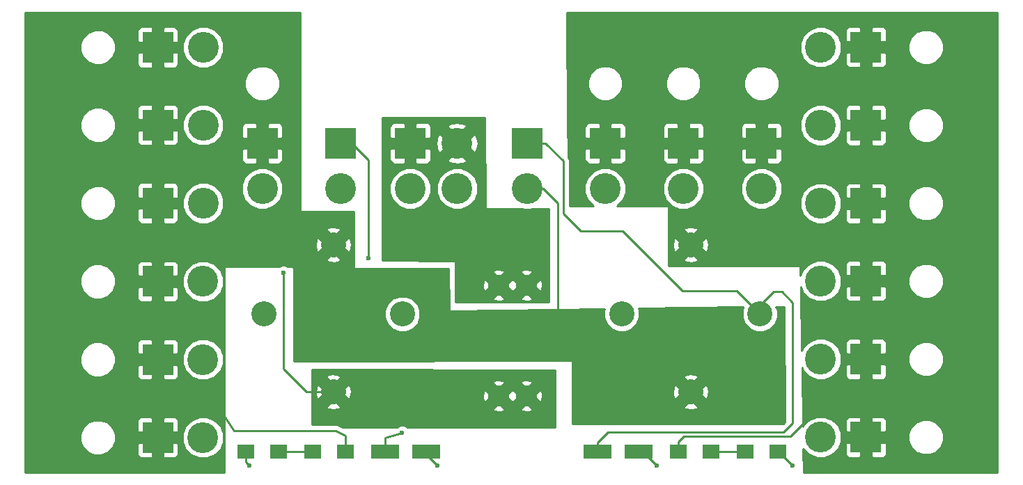
<source format=gtl>
G04 #@! TF.FileFunction,Copper,L1,Top,Signal*
%FSLAX46Y46*%
G04 Gerber Fmt 4.6, Leading zero omitted, Abs format (unit mm)*
G04 Created by KiCad (PCBNEW 4.0.7) date 11/16/17 10:54:23*
%MOMM*%
%LPD*%
G01*
G04 APERTURE LIST*
%ADD10C,0.100000*%
%ADD11R,2.000000X1.700000*%
%ADD12R,3.500000X1.800000*%
%ADD13C,2.550000*%
%ADD14R,3.750000X3.750000*%
%ADD15C,3.750000*%
%ADD16C,3.050000*%
%ADD17C,0.600000*%
%ADD18C,0.250000*%
%ADD19C,0.254000*%
G04 APERTURE END LIST*
D10*
D11*
X150700000Y-118950000D03*
X154700000Y-118950000D03*
X215400000Y-118950000D03*
X211400000Y-118950000D03*
D12*
X167650000Y-118950000D03*
X172650000Y-118950000D03*
X193450000Y-118950000D03*
X198450000Y-118950000D03*
D13*
X181450000Y-112210000D03*
X184850000Y-112210000D03*
X184850000Y-98740000D03*
X181450000Y-98737000D03*
D14*
X140000000Y-107750000D03*
D15*
X145500000Y-107750000D03*
D14*
X140025000Y-69775000D03*
D15*
X145525000Y-69775000D03*
D14*
X152700000Y-81450000D03*
D15*
X152700000Y-86950000D03*
D14*
X140000000Y-117250000D03*
D15*
X145500000Y-117250000D03*
D14*
X140025000Y-79225000D03*
D15*
X145525000Y-79225000D03*
D14*
X140025000Y-88725000D03*
D15*
X145525000Y-88725000D03*
D14*
X140000000Y-98250000D03*
D15*
X145500000Y-98250000D03*
D14*
X162200000Y-81450000D03*
D15*
X162200000Y-86950000D03*
D14*
X184900000Y-81450000D03*
D15*
X184900000Y-86950000D03*
D14*
X226100000Y-69750000D03*
D15*
X220600000Y-69750000D03*
D14*
X226100000Y-79250000D03*
D15*
X220600000Y-79250000D03*
D14*
X226100000Y-88750000D03*
D15*
X220600000Y-88750000D03*
D14*
X226100000Y-98200000D03*
D15*
X220600000Y-98200000D03*
D14*
X203900000Y-81450000D03*
D15*
X203900000Y-86950000D03*
D14*
X213400000Y-81450000D03*
D15*
X213400000Y-86950000D03*
D14*
X226100000Y-117200000D03*
D15*
X220600000Y-117200000D03*
D14*
X194400000Y-81450000D03*
D15*
X194400000Y-86950000D03*
D14*
X226100000Y-107700000D03*
D15*
X220600000Y-107700000D03*
D14*
X170700000Y-81450000D03*
D15*
X176400000Y-81450000D03*
X170700000Y-86950000D03*
X176400000Y-86950000D03*
D16*
X161350000Y-111700000D03*
X169750000Y-102200000D03*
X152950000Y-102200000D03*
X161350000Y-93800000D03*
X204800000Y-111700000D03*
X213200000Y-102200000D03*
X196400000Y-102200000D03*
X204800000Y-93800000D03*
D11*
X162800000Y-118950000D03*
X158800000Y-118950000D03*
X203300000Y-118950000D03*
X207300000Y-118950000D03*
D17*
X151130000Y-120650000D03*
X173990000Y-120650000D03*
X217170000Y-120650000D03*
X200660000Y-120650000D03*
X165600000Y-95400000D03*
X169700000Y-116700000D03*
X155300000Y-97200000D03*
D18*
X150700000Y-118950000D02*
X150700000Y-120220000D01*
X150700000Y-120220000D02*
X151130000Y-120650000D01*
X172650000Y-118950000D02*
X172650000Y-119310000D01*
X172650000Y-119310000D02*
X173990000Y-120650000D01*
X215400000Y-118950000D02*
X215470000Y-118950000D01*
X215470000Y-118950000D02*
X217170000Y-120650000D01*
X198450000Y-118950000D02*
X198960000Y-118950000D01*
X198960000Y-118950000D02*
X200660000Y-120650000D01*
X158800000Y-118950000D02*
X154700000Y-118950000D01*
X207300000Y-118950000D02*
X211400000Y-118950000D01*
X162200000Y-81450000D02*
X163550000Y-81450000D01*
X163550000Y-81450000D02*
X165600000Y-83500000D01*
X165600000Y-83500000D02*
X165600000Y-95400000D01*
X167650000Y-118950000D02*
X167650000Y-117250000D01*
X167650000Y-117250000D02*
X169700000Y-116700000D01*
X169750000Y-103550000D02*
X169750000Y-102200000D01*
X162200000Y-81450000D02*
X162250000Y-81450000D01*
X215900000Y-99500000D02*
X214900000Y-99500000D01*
X193450000Y-117850000D02*
X194700000Y-116600000D01*
X194700000Y-116600000D02*
X216100000Y-116600000D01*
X216100000Y-116600000D02*
X217200000Y-115500000D01*
X217200000Y-115500000D02*
X217200000Y-100800000D01*
X217200000Y-100800000D02*
X215900000Y-99500000D01*
X193450000Y-118950000D02*
X193450000Y-117850000D01*
X214900000Y-99500000D02*
X213200000Y-101200000D01*
X213200000Y-101200000D02*
X213200000Y-102200000D01*
X184900000Y-81450000D02*
X187150000Y-81450000D01*
X210400000Y-99400000D02*
X213200000Y-102200000D01*
X203800000Y-99400000D02*
X210400000Y-99400000D01*
X196500000Y-92100000D02*
X203800000Y-99400000D01*
X191400000Y-92100000D02*
X196500000Y-92100000D01*
X189300000Y-90000000D02*
X191400000Y-92100000D01*
X189300000Y-83600000D02*
X189300000Y-90000000D01*
X187150000Y-81450000D02*
X189300000Y-83600000D01*
X158100000Y-111700000D02*
X161350000Y-111700000D01*
X155300000Y-108900000D02*
X158100000Y-111700000D01*
X155300000Y-97200000D02*
X155300000Y-108900000D01*
X162200000Y-86950000D02*
X162750000Y-86950000D01*
X184900000Y-86950000D02*
X186850000Y-86950000D01*
X188600000Y-88700000D02*
X188600000Y-102400000D01*
X186850000Y-86950000D02*
X188600000Y-88700000D01*
X162800000Y-118950000D02*
X162800000Y-117000000D01*
X149300000Y-116400000D02*
X147900000Y-114400000D01*
X161600000Y-116400000D02*
X149300000Y-116400000D01*
X162800000Y-117000000D02*
X161600000Y-116400000D01*
X203300000Y-118950000D02*
X203300000Y-117800000D01*
X216900000Y-117100000D02*
X219200000Y-114800000D01*
X204000000Y-117100000D02*
X216900000Y-117100000D01*
X203300000Y-117800000D02*
X204000000Y-117100000D01*
D19*
G36*
X242090000Y-121490000D02*
X218519015Y-121490000D01*
X218474044Y-118623108D01*
X219176343Y-119326634D01*
X220098540Y-119709564D01*
X221097080Y-119710435D01*
X222019943Y-119329115D01*
X222726634Y-118623657D01*
X222993177Y-117981750D01*
X223590000Y-117981750D01*
X223590000Y-119201309D01*
X223686673Y-119434698D01*
X223865301Y-119613327D01*
X224098690Y-119710000D01*
X225318250Y-119710000D01*
X225477000Y-119551250D01*
X225477000Y-117823000D01*
X226723000Y-117823000D01*
X226723000Y-119551250D01*
X226881750Y-119710000D01*
X228101310Y-119710000D01*
X228334699Y-119613327D01*
X228513327Y-119434698D01*
X228610000Y-119201309D01*
X228610000Y-117981750D01*
X228451250Y-117823000D01*
X226723000Y-117823000D01*
X225477000Y-117823000D01*
X223748750Y-117823000D01*
X223590000Y-117981750D01*
X222993177Y-117981750D01*
X223109564Y-117701460D01*
X223109632Y-117622815D01*
X231264630Y-117622815D01*
X231588980Y-118407800D01*
X232189041Y-119008909D01*
X232973459Y-119334628D01*
X233822815Y-119335370D01*
X234607800Y-119011020D01*
X235208909Y-118410959D01*
X235534628Y-117626541D01*
X235535370Y-116777185D01*
X235211020Y-115992200D01*
X234610959Y-115391091D01*
X233826541Y-115065372D01*
X232977185Y-115064630D01*
X232192200Y-115388980D01*
X231591091Y-115989041D01*
X231265372Y-116773459D01*
X231264630Y-117622815D01*
X223109632Y-117622815D01*
X223110435Y-116702920D01*
X222729115Y-115780057D01*
X222148764Y-115198691D01*
X223590000Y-115198691D01*
X223590000Y-116418250D01*
X223748750Y-116577000D01*
X225477000Y-116577000D01*
X225477000Y-114848750D01*
X226723000Y-114848750D01*
X226723000Y-116577000D01*
X228451250Y-116577000D01*
X228610000Y-116418250D01*
X228610000Y-115198691D01*
X228513327Y-114965302D01*
X228334699Y-114786673D01*
X228101310Y-114690000D01*
X226881750Y-114690000D01*
X226723000Y-114848750D01*
X225477000Y-114848750D01*
X225318250Y-114690000D01*
X224098690Y-114690000D01*
X223865301Y-114786673D01*
X223686673Y-114965302D01*
X223590000Y-115198691D01*
X222148764Y-115198691D01*
X222023657Y-115073366D01*
X221101460Y-114690436D01*
X220102920Y-114689565D01*
X219180057Y-115070885D01*
X218473366Y-115776343D01*
X218430990Y-115878396D01*
X218319217Y-108752880D01*
X218470885Y-109119943D01*
X219176343Y-109826634D01*
X220098540Y-110209564D01*
X221097080Y-110210435D01*
X222019943Y-109829115D01*
X222726634Y-109123657D01*
X222993177Y-108481750D01*
X223590000Y-108481750D01*
X223590000Y-109701309D01*
X223686673Y-109934698D01*
X223865301Y-110113327D01*
X224098690Y-110210000D01*
X225318250Y-110210000D01*
X225477000Y-110051250D01*
X225477000Y-108323000D01*
X226723000Y-108323000D01*
X226723000Y-110051250D01*
X226881750Y-110210000D01*
X228101310Y-110210000D01*
X228334699Y-110113327D01*
X228513327Y-109934698D01*
X228610000Y-109701309D01*
X228610000Y-108481750D01*
X228451250Y-108323000D01*
X226723000Y-108323000D01*
X225477000Y-108323000D01*
X223748750Y-108323000D01*
X223590000Y-108481750D01*
X222993177Y-108481750D01*
X223109564Y-108201460D01*
X223109632Y-108122815D01*
X231264630Y-108122815D01*
X231588980Y-108907800D01*
X232189041Y-109508909D01*
X232973459Y-109834628D01*
X233822815Y-109835370D01*
X234607800Y-109511020D01*
X235208909Y-108910959D01*
X235534628Y-108126541D01*
X235535370Y-107277185D01*
X235211020Y-106492200D01*
X234610959Y-105891091D01*
X233826541Y-105565372D01*
X232977185Y-105564630D01*
X232192200Y-105888980D01*
X231591091Y-106489041D01*
X231265372Y-107273459D01*
X231264630Y-108122815D01*
X223109632Y-108122815D01*
X223110435Y-107202920D01*
X222729115Y-106280057D01*
X222148764Y-105698691D01*
X223590000Y-105698691D01*
X223590000Y-106918250D01*
X223748750Y-107077000D01*
X225477000Y-107077000D01*
X225477000Y-105348750D01*
X226723000Y-105348750D01*
X226723000Y-107077000D01*
X228451250Y-107077000D01*
X228610000Y-106918250D01*
X228610000Y-105698691D01*
X228513327Y-105465302D01*
X228334699Y-105286673D01*
X228101310Y-105190000D01*
X226881750Y-105190000D01*
X226723000Y-105348750D01*
X225477000Y-105348750D01*
X225318250Y-105190000D01*
X224098690Y-105190000D01*
X223865301Y-105286673D01*
X223686673Y-105465302D01*
X223590000Y-105698691D01*
X222148764Y-105698691D01*
X222023657Y-105573366D01*
X221101460Y-105190436D01*
X220102920Y-105189565D01*
X219180057Y-105570885D01*
X218473366Y-106276343D01*
X218287395Y-106724211D01*
X218164317Y-98877993D01*
X218470885Y-99619943D01*
X219176343Y-100326634D01*
X220098540Y-100709564D01*
X221097080Y-100710435D01*
X222019943Y-100329115D01*
X222726634Y-99623657D01*
X222993177Y-98981750D01*
X223590000Y-98981750D01*
X223590000Y-100201309D01*
X223686673Y-100434698D01*
X223865301Y-100613327D01*
X224098690Y-100710000D01*
X225318250Y-100710000D01*
X225477000Y-100551250D01*
X225477000Y-98823000D01*
X226723000Y-98823000D01*
X226723000Y-100551250D01*
X226881750Y-100710000D01*
X228101310Y-100710000D01*
X228334699Y-100613327D01*
X228513327Y-100434698D01*
X228610000Y-100201309D01*
X228610000Y-98981750D01*
X228451250Y-98823000D01*
X226723000Y-98823000D01*
X225477000Y-98823000D01*
X223748750Y-98823000D01*
X223590000Y-98981750D01*
X222993177Y-98981750D01*
X223109564Y-98701460D01*
X223109632Y-98622815D01*
X231264630Y-98622815D01*
X231588980Y-99407800D01*
X232189041Y-100008909D01*
X232973459Y-100334628D01*
X233822815Y-100335370D01*
X234607800Y-100011020D01*
X235208909Y-99410959D01*
X235534628Y-98626541D01*
X235535370Y-97777185D01*
X235211020Y-96992200D01*
X234610959Y-96391091D01*
X233826541Y-96065372D01*
X232977185Y-96064630D01*
X232192200Y-96388980D01*
X231591091Y-96989041D01*
X231265372Y-97773459D01*
X231264630Y-98622815D01*
X223109632Y-98622815D01*
X223110435Y-97702920D01*
X222729115Y-96780057D01*
X222148764Y-96198691D01*
X223590000Y-96198691D01*
X223590000Y-97418250D01*
X223748750Y-97577000D01*
X225477000Y-97577000D01*
X225477000Y-95848750D01*
X226723000Y-95848750D01*
X226723000Y-97577000D01*
X228451250Y-97577000D01*
X228610000Y-97418250D01*
X228610000Y-96198691D01*
X228513327Y-95965302D01*
X228334699Y-95786673D01*
X228101310Y-95690000D01*
X226881750Y-95690000D01*
X226723000Y-95848750D01*
X225477000Y-95848750D01*
X225318250Y-95690000D01*
X224098690Y-95690000D01*
X223865301Y-95786673D01*
X223686673Y-95965302D01*
X223590000Y-96198691D01*
X222148764Y-96198691D01*
X222023657Y-96073366D01*
X221101460Y-95690436D01*
X220102920Y-95689565D01*
X219180057Y-96070885D01*
X218473366Y-96776343D01*
X218143800Y-97570025D01*
X218126984Y-96498008D01*
X218116205Y-96448761D01*
X218087115Y-96407588D01*
X218044298Y-96380976D01*
X218000000Y-96373000D01*
X202127000Y-96373000D01*
X202127000Y-95616761D01*
X203864294Y-95616761D01*
X204062402Y-95875127D01*
X204912665Y-95999434D01*
X205537598Y-95875127D01*
X205735706Y-95616761D01*
X204800000Y-94681055D01*
X203864294Y-95616761D01*
X202127000Y-95616761D01*
X202127000Y-93912665D01*
X202600566Y-93912665D01*
X202724873Y-94537598D01*
X202983239Y-94735706D01*
X203918945Y-93800000D01*
X205681055Y-93800000D01*
X206616761Y-94735706D01*
X206875127Y-94537598D01*
X206999434Y-93687335D01*
X206875127Y-93062402D01*
X206616761Y-92864294D01*
X205681055Y-93800000D01*
X203918945Y-93800000D01*
X202983239Y-92864294D01*
X202724873Y-93062402D01*
X202600566Y-93912665D01*
X202127000Y-93912665D01*
X202127000Y-91983239D01*
X203864294Y-91983239D01*
X204800000Y-92918945D01*
X205735706Y-91983239D01*
X205537598Y-91724873D01*
X204687335Y-91600566D01*
X204062402Y-91724873D01*
X203864294Y-91983239D01*
X202127000Y-91983239D01*
X202127000Y-89200000D01*
X202116994Y-89150590D01*
X202088553Y-89108965D01*
X202046159Y-89081685D01*
X202000000Y-89073000D01*
X195826069Y-89073000D01*
X196526634Y-88373657D01*
X196909564Y-87451460D01*
X196909567Y-87447080D01*
X201389565Y-87447080D01*
X201770885Y-88369943D01*
X202476343Y-89076634D01*
X203398540Y-89459564D01*
X204397080Y-89460435D01*
X205319943Y-89079115D01*
X206026634Y-88373657D01*
X206409564Y-87451460D01*
X206409567Y-87447080D01*
X210889565Y-87447080D01*
X211270885Y-88369943D01*
X211976343Y-89076634D01*
X212898540Y-89459564D01*
X213897080Y-89460435D01*
X214413437Y-89247080D01*
X218089565Y-89247080D01*
X218470885Y-90169943D01*
X219176343Y-90876634D01*
X220098540Y-91259564D01*
X221097080Y-91260435D01*
X222019943Y-90879115D01*
X222726634Y-90173657D01*
X222993177Y-89531750D01*
X223590000Y-89531750D01*
X223590000Y-90751309D01*
X223686673Y-90984698D01*
X223865301Y-91163327D01*
X224098690Y-91260000D01*
X225318250Y-91260000D01*
X225477000Y-91101250D01*
X225477000Y-89373000D01*
X226723000Y-89373000D01*
X226723000Y-91101250D01*
X226881750Y-91260000D01*
X228101310Y-91260000D01*
X228334699Y-91163327D01*
X228513327Y-90984698D01*
X228610000Y-90751309D01*
X228610000Y-89531750D01*
X228451250Y-89373000D01*
X226723000Y-89373000D01*
X225477000Y-89373000D01*
X223748750Y-89373000D01*
X223590000Y-89531750D01*
X222993177Y-89531750D01*
X223109564Y-89251460D01*
X223109632Y-89172815D01*
X231264630Y-89172815D01*
X231588980Y-89957800D01*
X232189041Y-90558909D01*
X232973459Y-90884628D01*
X233822815Y-90885370D01*
X234607800Y-90561020D01*
X235208909Y-89960959D01*
X235534628Y-89176541D01*
X235535370Y-88327185D01*
X235211020Y-87542200D01*
X234610959Y-86941091D01*
X233826541Y-86615372D01*
X232977185Y-86614630D01*
X232192200Y-86938980D01*
X231591091Y-87539041D01*
X231265372Y-88323459D01*
X231264630Y-89172815D01*
X223109632Y-89172815D01*
X223110435Y-88252920D01*
X222729115Y-87330057D01*
X222148764Y-86748691D01*
X223590000Y-86748691D01*
X223590000Y-87968250D01*
X223748750Y-88127000D01*
X225477000Y-88127000D01*
X225477000Y-86398750D01*
X226723000Y-86398750D01*
X226723000Y-88127000D01*
X228451250Y-88127000D01*
X228610000Y-87968250D01*
X228610000Y-86748691D01*
X228513327Y-86515302D01*
X228334699Y-86336673D01*
X228101310Y-86240000D01*
X226881750Y-86240000D01*
X226723000Y-86398750D01*
X225477000Y-86398750D01*
X225318250Y-86240000D01*
X224098690Y-86240000D01*
X223865301Y-86336673D01*
X223686673Y-86515302D01*
X223590000Y-86748691D01*
X222148764Y-86748691D01*
X222023657Y-86623366D01*
X221101460Y-86240436D01*
X220102920Y-86239565D01*
X219180057Y-86620885D01*
X218473366Y-87326343D01*
X218090436Y-88248540D01*
X218089565Y-89247080D01*
X214413437Y-89247080D01*
X214819943Y-89079115D01*
X215526634Y-88373657D01*
X215909564Y-87451460D01*
X215910435Y-86452920D01*
X215529115Y-85530057D01*
X214823657Y-84823366D01*
X213901460Y-84440436D01*
X212902920Y-84439565D01*
X211980057Y-84820885D01*
X211273366Y-85526343D01*
X210890436Y-86448540D01*
X210889565Y-87447080D01*
X206409567Y-87447080D01*
X206410435Y-86452920D01*
X206029115Y-85530057D01*
X205323657Y-84823366D01*
X204401460Y-84440436D01*
X203402920Y-84439565D01*
X202480057Y-84820885D01*
X201773366Y-85526343D01*
X201390436Y-86448540D01*
X201389565Y-87447080D01*
X196909567Y-87447080D01*
X196910435Y-86452920D01*
X196529115Y-85530057D01*
X195823657Y-84823366D01*
X194901460Y-84440436D01*
X193902920Y-84439565D01*
X192980057Y-84820885D01*
X192273366Y-85526343D01*
X191890436Y-86448540D01*
X191889565Y-87447080D01*
X192270885Y-88369943D01*
X192972715Y-89073000D01*
X190060000Y-89073000D01*
X190060000Y-83600000D01*
X190002148Y-83309161D01*
X189876769Y-83121518D01*
X189869416Y-82231750D01*
X191890000Y-82231750D01*
X191890000Y-83451310D01*
X191986673Y-83684699D01*
X192165302Y-83863327D01*
X192398691Y-83960000D01*
X193618250Y-83960000D01*
X193777000Y-83801250D01*
X193777000Y-82073000D01*
X195023000Y-82073000D01*
X195023000Y-83801250D01*
X195181750Y-83960000D01*
X196401309Y-83960000D01*
X196634698Y-83863327D01*
X196813327Y-83684699D01*
X196910000Y-83451310D01*
X196910000Y-82231750D01*
X201390000Y-82231750D01*
X201390000Y-83451310D01*
X201486673Y-83684699D01*
X201665302Y-83863327D01*
X201898691Y-83960000D01*
X203118250Y-83960000D01*
X203277000Y-83801250D01*
X203277000Y-82073000D01*
X204523000Y-82073000D01*
X204523000Y-83801250D01*
X204681750Y-83960000D01*
X205901309Y-83960000D01*
X206134698Y-83863327D01*
X206313327Y-83684699D01*
X206410000Y-83451310D01*
X206410000Y-82231750D01*
X210890000Y-82231750D01*
X210890000Y-83451310D01*
X210986673Y-83684699D01*
X211165302Y-83863327D01*
X211398691Y-83960000D01*
X212618250Y-83960000D01*
X212777000Y-83801250D01*
X212777000Y-82073000D01*
X214023000Y-82073000D01*
X214023000Y-83801250D01*
X214181750Y-83960000D01*
X215401309Y-83960000D01*
X215634698Y-83863327D01*
X215813327Y-83684699D01*
X215910000Y-83451310D01*
X215910000Y-82231750D01*
X215751250Y-82073000D01*
X214023000Y-82073000D01*
X212777000Y-82073000D01*
X211048750Y-82073000D01*
X210890000Y-82231750D01*
X206410000Y-82231750D01*
X206251250Y-82073000D01*
X204523000Y-82073000D01*
X203277000Y-82073000D01*
X201548750Y-82073000D01*
X201390000Y-82231750D01*
X196910000Y-82231750D01*
X196751250Y-82073000D01*
X195023000Y-82073000D01*
X193777000Y-82073000D01*
X192048750Y-82073000D01*
X191890000Y-82231750D01*
X189869416Y-82231750D01*
X189846416Y-79448690D01*
X191890000Y-79448690D01*
X191890000Y-80668250D01*
X192048750Y-80827000D01*
X193777000Y-80827000D01*
X193777000Y-79098750D01*
X195023000Y-79098750D01*
X195023000Y-80827000D01*
X196751250Y-80827000D01*
X196910000Y-80668250D01*
X196910000Y-79448690D01*
X201390000Y-79448690D01*
X201390000Y-80668250D01*
X201548750Y-80827000D01*
X203277000Y-80827000D01*
X203277000Y-79098750D01*
X204523000Y-79098750D01*
X204523000Y-80827000D01*
X206251250Y-80827000D01*
X206410000Y-80668250D01*
X206410000Y-79448690D01*
X210890000Y-79448690D01*
X210890000Y-80668250D01*
X211048750Y-80827000D01*
X212777000Y-80827000D01*
X212777000Y-79098750D01*
X214023000Y-79098750D01*
X214023000Y-80827000D01*
X215751250Y-80827000D01*
X215910000Y-80668250D01*
X215910000Y-79747080D01*
X218089565Y-79747080D01*
X218470885Y-80669943D01*
X219176343Y-81376634D01*
X220098540Y-81759564D01*
X221097080Y-81760435D01*
X222019943Y-81379115D01*
X222726634Y-80673657D01*
X222993177Y-80031750D01*
X223590000Y-80031750D01*
X223590000Y-81251309D01*
X223686673Y-81484698D01*
X223865301Y-81663327D01*
X224098690Y-81760000D01*
X225318250Y-81760000D01*
X225477000Y-81601250D01*
X225477000Y-79873000D01*
X226723000Y-79873000D01*
X226723000Y-81601250D01*
X226881750Y-81760000D01*
X228101310Y-81760000D01*
X228334699Y-81663327D01*
X228513327Y-81484698D01*
X228610000Y-81251309D01*
X228610000Y-80031750D01*
X228451250Y-79873000D01*
X226723000Y-79873000D01*
X225477000Y-79873000D01*
X223748750Y-79873000D01*
X223590000Y-80031750D01*
X222993177Y-80031750D01*
X223109564Y-79751460D01*
X223109632Y-79672815D01*
X231264630Y-79672815D01*
X231588980Y-80457800D01*
X232189041Y-81058909D01*
X232973459Y-81384628D01*
X233822815Y-81385370D01*
X234607800Y-81061020D01*
X235208909Y-80460959D01*
X235534628Y-79676541D01*
X235535370Y-78827185D01*
X235211020Y-78042200D01*
X234610959Y-77441091D01*
X233826541Y-77115372D01*
X232977185Y-77114630D01*
X232192200Y-77438980D01*
X231591091Y-78039041D01*
X231265372Y-78823459D01*
X231264630Y-79672815D01*
X223109632Y-79672815D01*
X223110435Y-78752920D01*
X222729115Y-77830057D01*
X222148764Y-77248691D01*
X223590000Y-77248691D01*
X223590000Y-78468250D01*
X223748750Y-78627000D01*
X225477000Y-78627000D01*
X225477000Y-76898750D01*
X226723000Y-76898750D01*
X226723000Y-78627000D01*
X228451250Y-78627000D01*
X228610000Y-78468250D01*
X228610000Y-77248691D01*
X228513327Y-77015302D01*
X228334699Y-76836673D01*
X228101310Y-76740000D01*
X226881750Y-76740000D01*
X226723000Y-76898750D01*
X225477000Y-76898750D01*
X225318250Y-76740000D01*
X224098690Y-76740000D01*
X223865301Y-76836673D01*
X223686673Y-77015302D01*
X223590000Y-77248691D01*
X222148764Y-77248691D01*
X222023657Y-77123366D01*
X221101460Y-76740436D01*
X220102920Y-76739565D01*
X219180057Y-77120885D01*
X218473366Y-77826343D01*
X218090436Y-78748540D01*
X218089565Y-79747080D01*
X215910000Y-79747080D01*
X215910000Y-79448690D01*
X215813327Y-79215301D01*
X215634698Y-79036673D01*
X215401309Y-78940000D01*
X214181750Y-78940000D01*
X214023000Y-79098750D01*
X212777000Y-79098750D01*
X212618250Y-78940000D01*
X211398691Y-78940000D01*
X211165302Y-79036673D01*
X210986673Y-79215301D01*
X210890000Y-79448690D01*
X206410000Y-79448690D01*
X206313327Y-79215301D01*
X206134698Y-79036673D01*
X205901309Y-78940000D01*
X204681750Y-78940000D01*
X204523000Y-79098750D01*
X203277000Y-79098750D01*
X203118250Y-78940000D01*
X201898691Y-78940000D01*
X201665302Y-79036673D01*
X201486673Y-79215301D01*
X201390000Y-79448690D01*
X196910000Y-79448690D01*
X196813327Y-79215301D01*
X196634698Y-79036673D01*
X196401309Y-78940000D01*
X195181750Y-78940000D01*
X195023000Y-79098750D01*
X193777000Y-79098750D01*
X193618250Y-78940000D01*
X192398691Y-78940000D01*
X192165302Y-79036673D01*
X191986673Y-79215301D01*
X191890000Y-79448690D01*
X189846416Y-79448690D01*
X189806120Y-74572815D01*
X192264630Y-74572815D01*
X192588980Y-75357800D01*
X193189041Y-75958909D01*
X193973459Y-76284628D01*
X194822815Y-76285370D01*
X195607800Y-75961020D01*
X196208909Y-75360959D01*
X196534628Y-74576541D01*
X196534631Y-74572815D01*
X201764630Y-74572815D01*
X202088980Y-75357800D01*
X202689041Y-75958909D01*
X203473459Y-76284628D01*
X204322815Y-76285370D01*
X205107800Y-75961020D01*
X205708909Y-75360959D01*
X206034628Y-74576541D01*
X206034631Y-74572815D01*
X211264630Y-74572815D01*
X211588980Y-75357800D01*
X212189041Y-75958909D01*
X212973459Y-76284628D01*
X213822815Y-76285370D01*
X214607800Y-75961020D01*
X215208909Y-75360959D01*
X215534628Y-74576541D01*
X215535370Y-73727185D01*
X215211020Y-72942200D01*
X214610959Y-72341091D01*
X213826541Y-72015372D01*
X212977185Y-72014630D01*
X212192200Y-72338980D01*
X211591091Y-72939041D01*
X211265372Y-73723459D01*
X211264630Y-74572815D01*
X206034631Y-74572815D01*
X206035370Y-73727185D01*
X205711020Y-72942200D01*
X205110959Y-72341091D01*
X204326541Y-72015372D01*
X203477185Y-72014630D01*
X202692200Y-72338980D01*
X202091091Y-72939041D01*
X201765372Y-73723459D01*
X201764630Y-74572815D01*
X196534631Y-74572815D01*
X196535370Y-73727185D01*
X196211020Y-72942200D01*
X195610959Y-72341091D01*
X194826541Y-72015372D01*
X193977185Y-72014630D01*
X193192200Y-72338980D01*
X192591091Y-72939041D01*
X192265372Y-73723459D01*
X192264630Y-74572815D01*
X189806120Y-74572815D01*
X189770370Y-70247080D01*
X218089565Y-70247080D01*
X218470885Y-71169943D01*
X219176343Y-71876634D01*
X220098540Y-72259564D01*
X221097080Y-72260435D01*
X222019943Y-71879115D01*
X222726634Y-71173657D01*
X222993177Y-70531750D01*
X223590000Y-70531750D01*
X223590000Y-71751309D01*
X223686673Y-71984698D01*
X223865301Y-72163327D01*
X224098690Y-72260000D01*
X225318250Y-72260000D01*
X225477000Y-72101250D01*
X225477000Y-70373000D01*
X226723000Y-70373000D01*
X226723000Y-72101250D01*
X226881750Y-72260000D01*
X228101310Y-72260000D01*
X228334699Y-72163327D01*
X228513327Y-71984698D01*
X228610000Y-71751309D01*
X228610000Y-70531750D01*
X228451250Y-70373000D01*
X226723000Y-70373000D01*
X225477000Y-70373000D01*
X223748750Y-70373000D01*
X223590000Y-70531750D01*
X222993177Y-70531750D01*
X223109564Y-70251460D01*
X223109632Y-70172815D01*
X231264630Y-70172815D01*
X231588980Y-70957800D01*
X232189041Y-71558909D01*
X232973459Y-71884628D01*
X233822815Y-71885370D01*
X234607800Y-71561020D01*
X235208909Y-70960959D01*
X235534628Y-70176541D01*
X235535370Y-69327185D01*
X235211020Y-68542200D01*
X234610959Y-67941091D01*
X233826541Y-67615372D01*
X232977185Y-67614630D01*
X232192200Y-67938980D01*
X231591091Y-68539041D01*
X231265372Y-69323459D01*
X231264630Y-70172815D01*
X223109632Y-70172815D01*
X223110435Y-69252920D01*
X222729115Y-68330057D01*
X222148764Y-67748691D01*
X223590000Y-67748691D01*
X223590000Y-68968250D01*
X223748750Y-69127000D01*
X225477000Y-69127000D01*
X225477000Y-67398750D01*
X226723000Y-67398750D01*
X226723000Y-69127000D01*
X228451250Y-69127000D01*
X228610000Y-68968250D01*
X228610000Y-67748691D01*
X228513327Y-67515302D01*
X228334699Y-67336673D01*
X228101310Y-67240000D01*
X226881750Y-67240000D01*
X226723000Y-67398750D01*
X225477000Y-67398750D01*
X225318250Y-67240000D01*
X224098690Y-67240000D01*
X223865301Y-67336673D01*
X223686673Y-67515302D01*
X223590000Y-67748691D01*
X222148764Y-67748691D01*
X222023657Y-67623366D01*
X221101460Y-67240436D01*
X220102920Y-67239565D01*
X219180057Y-67620885D01*
X218473366Y-68326343D01*
X218090436Y-69248540D01*
X218089565Y-70247080D01*
X189770370Y-70247080D01*
X189731219Y-65510000D01*
X242090000Y-65510000D01*
X242090000Y-121490000D01*
X242090000Y-121490000D01*
G37*
X242090000Y-121490000D02*
X218519015Y-121490000D01*
X218474044Y-118623108D01*
X219176343Y-119326634D01*
X220098540Y-119709564D01*
X221097080Y-119710435D01*
X222019943Y-119329115D01*
X222726634Y-118623657D01*
X222993177Y-117981750D01*
X223590000Y-117981750D01*
X223590000Y-119201309D01*
X223686673Y-119434698D01*
X223865301Y-119613327D01*
X224098690Y-119710000D01*
X225318250Y-119710000D01*
X225477000Y-119551250D01*
X225477000Y-117823000D01*
X226723000Y-117823000D01*
X226723000Y-119551250D01*
X226881750Y-119710000D01*
X228101310Y-119710000D01*
X228334699Y-119613327D01*
X228513327Y-119434698D01*
X228610000Y-119201309D01*
X228610000Y-117981750D01*
X228451250Y-117823000D01*
X226723000Y-117823000D01*
X225477000Y-117823000D01*
X223748750Y-117823000D01*
X223590000Y-117981750D01*
X222993177Y-117981750D01*
X223109564Y-117701460D01*
X223109632Y-117622815D01*
X231264630Y-117622815D01*
X231588980Y-118407800D01*
X232189041Y-119008909D01*
X232973459Y-119334628D01*
X233822815Y-119335370D01*
X234607800Y-119011020D01*
X235208909Y-118410959D01*
X235534628Y-117626541D01*
X235535370Y-116777185D01*
X235211020Y-115992200D01*
X234610959Y-115391091D01*
X233826541Y-115065372D01*
X232977185Y-115064630D01*
X232192200Y-115388980D01*
X231591091Y-115989041D01*
X231265372Y-116773459D01*
X231264630Y-117622815D01*
X223109632Y-117622815D01*
X223110435Y-116702920D01*
X222729115Y-115780057D01*
X222148764Y-115198691D01*
X223590000Y-115198691D01*
X223590000Y-116418250D01*
X223748750Y-116577000D01*
X225477000Y-116577000D01*
X225477000Y-114848750D01*
X226723000Y-114848750D01*
X226723000Y-116577000D01*
X228451250Y-116577000D01*
X228610000Y-116418250D01*
X228610000Y-115198691D01*
X228513327Y-114965302D01*
X228334699Y-114786673D01*
X228101310Y-114690000D01*
X226881750Y-114690000D01*
X226723000Y-114848750D01*
X225477000Y-114848750D01*
X225318250Y-114690000D01*
X224098690Y-114690000D01*
X223865301Y-114786673D01*
X223686673Y-114965302D01*
X223590000Y-115198691D01*
X222148764Y-115198691D01*
X222023657Y-115073366D01*
X221101460Y-114690436D01*
X220102920Y-114689565D01*
X219180057Y-115070885D01*
X218473366Y-115776343D01*
X218430990Y-115878396D01*
X218319217Y-108752880D01*
X218470885Y-109119943D01*
X219176343Y-109826634D01*
X220098540Y-110209564D01*
X221097080Y-110210435D01*
X222019943Y-109829115D01*
X222726634Y-109123657D01*
X222993177Y-108481750D01*
X223590000Y-108481750D01*
X223590000Y-109701309D01*
X223686673Y-109934698D01*
X223865301Y-110113327D01*
X224098690Y-110210000D01*
X225318250Y-110210000D01*
X225477000Y-110051250D01*
X225477000Y-108323000D01*
X226723000Y-108323000D01*
X226723000Y-110051250D01*
X226881750Y-110210000D01*
X228101310Y-110210000D01*
X228334699Y-110113327D01*
X228513327Y-109934698D01*
X228610000Y-109701309D01*
X228610000Y-108481750D01*
X228451250Y-108323000D01*
X226723000Y-108323000D01*
X225477000Y-108323000D01*
X223748750Y-108323000D01*
X223590000Y-108481750D01*
X222993177Y-108481750D01*
X223109564Y-108201460D01*
X223109632Y-108122815D01*
X231264630Y-108122815D01*
X231588980Y-108907800D01*
X232189041Y-109508909D01*
X232973459Y-109834628D01*
X233822815Y-109835370D01*
X234607800Y-109511020D01*
X235208909Y-108910959D01*
X235534628Y-108126541D01*
X235535370Y-107277185D01*
X235211020Y-106492200D01*
X234610959Y-105891091D01*
X233826541Y-105565372D01*
X232977185Y-105564630D01*
X232192200Y-105888980D01*
X231591091Y-106489041D01*
X231265372Y-107273459D01*
X231264630Y-108122815D01*
X223109632Y-108122815D01*
X223110435Y-107202920D01*
X222729115Y-106280057D01*
X222148764Y-105698691D01*
X223590000Y-105698691D01*
X223590000Y-106918250D01*
X223748750Y-107077000D01*
X225477000Y-107077000D01*
X225477000Y-105348750D01*
X226723000Y-105348750D01*
X226723000Y-107077000D01*
X228451250Y-107077000D01*
X228610000Y-106918250D01*
X228610000Y-105698691D01*
X228513327Y-105465302D01*
X228334699Y-105286673D01*
X228101310Y-105190000D01*
X226881750Y-105190000D01*
X226723000Y-105348750D01*
X225477000Y-105348750D01*
X225318250Y-105190000D01*
X224098690Y-105190000D01*
X223865301Y-105286673D01*
X223686673Y-105465302D01*
X223590000Y-105698691D01*
X222148764Y-105698691D01*
X222023657Y-105573366D01*
X221101460Y-105190436D01*
X220102920Y-105189565D01*
X219180057Y-105570885D01*
X218473366Y-106276343D01*
X218287395Y-106724211D01*
X218164317Y-98877993D01*
X218470885Y-99619943D01*
X219176343Y-100326634D01*
X220098540Y-100709564D01*
X221097080Y-100710435D01*
X222019943Y-100329115D01*
X222726634Y-99623657D01*
X222993177Y-98981750D01*
X223590000Y-98981750D01*
X223590000Y-100201309D01*
X223686673Y-100434698D01*
X223865301Y-100613327D01*
X224098690Y-100710000D01*
X225318250Y-100710000D01*
X225477000Y-100551250D01*
X225477000Y-98823000D01*
X226723000Y-98823000D01*
X226723000Y-100551250D01*
X226881750Y-100710000D01*
X228101310Y-100710000D01*
X228334699Y-100613327D01*
X228513327Y-100434698D01*
X228610000Y-100201309D01*
X228610000Y-98981750D01*
X228451250Y-98823000D01*
X226723000Y-98823000D01*
X225477000Y-98823000D01*
X223748750Y-98823000D01*
X223590000Y-98981750D01*
X222993177Y-98981750D01*
X223109564Y-98701460D01*
X223109632Y-98622815D01*
X231264630Y-98622815D01*
X231588980Y-99407800D01*
X232189041Y-100008909D01*
X232973459Y-100334628D01*
X233822815Y-100335370D01*
X234607800Y-100011020D01*
X235208909Y-99410959D01*
X235534628Y-98626541D01*
X235535370Y-97777185D01*
X235211020Y-96992200D01*
X234610959Y-96391091D01*
X233826541Y-96065372D01*
X232977185Y-96064630D01*
X232192200Y-96388980D01*
X231591091Y-96989041D01*
X231265372Y-97773459D01*
X231264630Y-98622815D01*
X223109632Y-98622815D01*
X223110435Y-97702920D01*
X222729115Y-96780057D01*
X222148764Y-96198691D01*
X223590000Y-96198691D01*
X223590000Y-97418250D01*
X223748750Y-97577000D01*
X225477000Y-97577000D01*
X225477000Y-95848750D01*
X226723000Y-95848750D01*
X226723000Y-97577000D01*
X228451250Y-97577000D01*
X228610000Y-97418250D01*
X228610000Y-96198691D01*
X228513327Y-95965302D01*
X228334699Y-95786673D01*
X228101310Y-95690000D01*
X226881750Y-95690000D01*
X226723000Y-95848750D01*
X225477000Y-95848750D01*
X225318250Y-95690000D01*
X224098690Y-95690000D01*
X223865301Y-95786673D01*
X223686673Y-95965302D01*
X223590000Y-96198691D01*
X222148764Y-96198691D01*
X222023657Y-96073366D01*
X221101460Y-95690436D01*
X220102920Y-95689565D01*
X219180057Y-96070885D01*
X218473366Y-96776343D01*
X218143800Y-97570025D01*
X218126984Y-96498008D01*
X218116205Y-96448761D01*
X218087115Y-96407588D01*
X218044298Y-96380976D01*
X218000000Y-96373000D01*
X202127000Y-96373000D01*
X202127000Y-95616761D01*
X203864294Y-95616761D01*
X204062402Y-95875127D01*
X204912665Y-95999434D01*
X205537598Y-95875127D01*
X205735706Y-95616761D01*
X204800000Y-94681055D01*
X203864294Y-95616761D01*
X202127000Y-95616761D01*
X202127000Y-93912665D01*
X202600566Y-93912665D01*
X202724873Y-94537598D01*
X202983239Y-94735706D01*
X203918945Y-93800000D01*
X205681055Y-93800000D01*
X206616761Y-94735706D01*
X206875127Y-94537598D01*
X206999434Y-93687335D01*
X206875127Y-93062402D01*
X206616761Y-92864294D01*
X205681055Y-93800000D01*
X203918945Y-93800000D01*
X202983239Y-92864294D01*
X202724873Y-93062402D01*
X202600566Y-93912665D01*
X202127000Y-93912665D01*
X202127000Y-91983239D01*
X203864294Y-91983239D01*
X204800000Y-92918945D01*
X205735706Y-91983239D01*
X205537598Y-91724873D01*
X204687335Y-91600566D01*
X204062402Y-91724873D01*
X203864294Y-91983239D01*
X202127000Y-91983239D01*
X202127000Y-89200000D01*
X202116994Y-89150590D01*
X202088553Y-89108965D01*
X202046159Y-89081685D01*
X202000000Y-89073000D01*
X195826069Y-89073000D01*
X196526634Y-88373657D01*
X196909564Y-87451460D01*
X196909567Y-87447080D01*
X201389565Y-87447080D01*
X201770885Y-88369943D01*
X202476343Y-89076634D01*
X203398540Y-89459564D01*
X204397080Y-89460435D01*
X205319943Y-89079115D01*
X206026634Y-88373657D01*
X206409564Y-87451460D01*
X206409567Y-87447080D01*
X210889565Y-87447080D01*
X211270885Y-88369943D01*
X211976343Y-89076634D01*
X212898540Y-89459564D01*
X213897080Y-89460435D01*
X214413437Y-89247080D01*
X218089565Y-89247080D01*
X218470885Y-90169943D01*
X219176343Y-90876634D01*
X220098540Y-91259564D01*
X221097080Y-91260435D01*
X222019943Y-90879115D01*
X222726634Y-90173657D01*
X222993177Y-89531750D01*
X223590000Y-89531750D01*
X223590000Y-90751309D01*
X223686673Y-90984698D01*
X223865301Y-91163327D01*
X224098690Y-91260000D01*
X225318250Y-91260000D01*
X225477000Y-91101250D01*
X225477000Y-89373000D01*
X226723000Y-89373000D01*
X226723000Y-91101250D01*
X226881750Y-91260000D01*
X228101310Y-91260000D01*
X228334699Y-91163327D01*
X228513327Y-90984698D01*
X228610000Y-90751309D01*
X228610000Y-89531750D01*
X228451250Y-89373000D01*
X226723000Y-89373000D01*
X225477000Y-89373000D01*
X223748750Y-89373000D01*
X223590000Y-89531750D01*
X222993177Y-89531750D01*
X223109564Y-89251460D01*
X223109632Y-89172815D01*
X231264630Y-89172815D01*
X231588980Y-89957800D01*
X232189041Y-90558909D01*
X232973459Y-90884628D01*
X233822815Y-90885370D01*
X234607800Y-90561020D01*
X235208909Y-89960959D01*
X235534628Y-89176541D01*
X235535370Y-88327185D01*
X235211020Y-87542200D01*
X234610959Y-86941091D01*
X233826541Y-86615372D01*
X232977185Y-86614630D01*
X232192200Y-86938980D01*
X231591091Y-87539041D01*
X231265372Y-88323459D01*
X231264630Y-89172815D01*
X223109632Y-89172815D01*
X223110435Y-88252920D01*
X222729115Y-87330057D01*
X222148764Y-86748691D01*
X223590000Y-86748691D01*
X223590000Y-87968250D01*
X223748750Y-88127000D01*
X225477000Y-88127000D01*
X225477000Y-86398750D01*
X226723000Y-86398750D01*
X226723000Y-88127000D01*
X228451250Y-88127000D01*
X228610000Y-87968250D01*
X228610000Y-86748691D01*
X228513327Y-86515302D01*
X228334699Y-86336673D01*
X228101310Y-86240000D01*
X226881750Y-86240000D01*
X226723000Y-86398750D01*
X225477000Y-86398750D01*
X225318250Y-86240000D01*
X224098690Y-86240000D01*
X223865301Y-86336673D01*
X223686673Y-86515302D01*
X223590000Y-86748691D01*
X222148764Y-86748691D01*
X222023657Y-86623366D01*
X221101460Y-86240436D01*
X220102920Y-86239565D01*
X219180057Y-86620885D01*
X218473366Y-87326343D01*
X218090436Y-88248540D01*
X218089565Y-89247080D01*
X214413437Y-89247080D01*
X214819943Y-89079115D01*
X215526634Y-88373657D01*
X215909564Y-87451460D01*
X215910435Y-86452920D01*
X215529115Y-85530057D01*
X214823657Y-84823366D01*
X213901460Y-84440436D01*
X212902920Y-84439565D01*
X211980057Y-84820885D01*
X211273366Y-85526343D01*
X210890436Y-86448540D01*
X210889565Y-87447080D01*
X206409567Y-87447080D01*
X206410435Y-86452920D01*
X206029115Y-85530057D01*
X205323657Y-84823366D01*
X204401460Y-84440436D01*
X203402920Y-84439565D01*
X202480057Y-84820885D01*
X201773366Y-85526343D01*
X201390436Y-86448540D01*
X201389565Y-87447080D01*
X196909567Y-87447080D01*
X196910435Y-86452920D01*
X196529115Y-85530057D01*
X195823657Y-84823366D01*
X194901460Y-84440436D01*
X193902920Y-84439565D01*
X192980057Y-84820885D01*
X192273366Y-85526343D01*
X191890436Y-86448540D01*
X191889565Y-87447080D01*
X192270885Y-88369943D01*
X192972715Y-89073000D01*
X190060000Y-89073000D01*
X190060000Y-83600000D01*
X190002148Y-83309161D01*
X189876769Y-83121518D01*
X189869416Y-82231750D01*
X191890000Y-82231750D01*
X191890000Y-83451310D01*
X191986673Y-83684699D01*
X192165302Y-83863327D01*
X192398691Y-83960000D01*
X193618250Y-83960000D01*
X193777000Y-83801250D01*
X193777000Y-82073000D01*
X195023000Y-82073000D01*
X195023000Y-83801250D01*
X195181750Y-83960000D01*
X196401309Y-83960000D01*
X196634698Y-83863327D01*
X196813327Y-83684699D01*
X196910000Y-83451310D01*
X196910000Y-82231750D01*
X201390000Y-82231750D01*
X201390000Y-83451310D01*
X201486673Y-83684699D01*
X201665302Y-83863327D01*
X201898691Y-83960000D01*
X203118250Y-83960000D01*
X203277000Y-83801250D01*
X203277000Y-82073000D01*
X204523000Y-82073000D01*
X204523000Y-83801250D01*
X204681750Y-83960000D01*
X205901309Y-83960000D01*
X206134698Y-83863327D01*
X206313327Y-83684699D01*
X206410000Y-83451310D01*
X206410000Y-82231750D01*
X210890000Y-82231750D01*
X210890000Y-83451310D01*
X210986673Y-83684699D01*
X211165302Y-83863327D01*
X211398691Y-83960000D01*
X212618250Y-83960000D01*
X212777000Y-83801250D01*
X212777000Y-82073000D01*
X214023000Y-82073000D01*
X214023000Y-83801250D01*
X214181750Y-83960000D01*
X215401309Y-83960000D01*
X215634698Y-83863327D01*
X215813327Y-83684699D01*
X215910000Y-83451310D01*
X215910000Y-82231750D01*
X215751250Y-82073000D01*
X214023000Y-82073000D01*
X212777000Y-82073000D01*
X211048750Y-82073000D01*
X210890000Y-82231750D01*
X206410000Y-82231750D01*
X206251250Y-82073000D01*
X204523000Y-82073000D01*
X203277000Y-82073000D01*
X201548750Y-82073000D01*
X201390000Y-82231750D01*
X196910000Y-82231750D01*
X196751250Y-82073000D01*
X195023000Y-82073000D01*
X193777000Y-82073000D01*
X192048750Y-82073000D01*
X191890000Y-82231750D01*
X189869416Y-82231750D01*
X189846416Y-79448690D01*
X191890000Y-79448690D01*
X191890000Y-80668250D01*
X192048750Y-80827000D01*
X193777000Y-80827000D01*
X193777000Y-79098750D01*
X195023000Y-79098750D01*
X195023000Y-80827000D01*
X196751250Y-80827000D01*
X196910000Y-80668250D01*
X196910000Y-79448690D01*
X201390000Y-79448690D01*
X201390000Y-80668250D01*
X201548750Y-80827000D01*
X203277000Y-80827000D01*
X203277000Y-79098750D01*
X204523000Y-79098750D01*
X204523000Y-80827000D01*
X206251250Y-80827000D01*
X206410000Y-80668250D01*
X206410000Y-79448690D01*
X210890000Y-79448690D01*
X210890000Y-80668250D01*
X211048750Y-80827000D01*
X212777000Y-80827000D01*
X212777000Y-79098750D01*
X214023000Y-79098750D01*
X214023000Y-80827000D01*
X215751250Y-80827000D01*
X215910000Y-80668250D01*
X215910000Y-79747080D01*
X218089565Y-79747080D01*
X218470885Y-80669943D01*
X219176343Y-81376634D01*
X220098540Y-81759564D01*
X221097080Y-81760435D01*
X222019943Y-81379115D01*
X222726634Y-80673657D01*
X222993177Y-80031750D01*
X223590000Y-80031750D01*
X223590000Y-81251309D01*
X223686673Y-81484698D01*
X223865301Y-81663327D01*
X224098690Y-81760000D01*
X225318250Y-81760000D01*
X225477000Y-81601250D01*
X225477000Y-79873000D01*
X226723000Y-79873000D01*
X226723000Y-81601250D01*
X226881750Y-81760000D01*
X228101310Y-81760000D01*
X228334699Y-81663327D01*
X228513327Y-81484698D01*
X228610000Y-81251309D01*
X228610000Y-80031750D01*
X228451250Y-79873000D01*
X226723000Y-79873000D01*
X225477000Y-79873000D01*
X223748750Y-79873000D01*
X223590000Y-80031750D01*
X222993177Y-80031750D01*
X223109564Y-79751460D01*
X223109632Y-79672815D01*
X231264630Y-79672815D01*
X231588980Y-80457800D01*
X232189041Y-81058909D01*
X232973459Y-81384628D01*
X233822815Y-81385370D01*
X234607800Y-81061020D01*
X235208909Y-80460959D01*
X235534628Y-79676541D01*
X235535370Y-78827185D01*
X235211020Y-78042200D01*
X234610959Y-77441091D01*
X233826541Y-77115372D01*
X232977185Y-77114630D01*
X232192200Y-77438980D01*
X231591091Y-78039041D01*
X231265372Y-78823459D01*
X231264630Y-79672815D01*
X223109632Y-79672815D01*
X223110435Y-78752920D01*
X222729115Y-77830057D01*
X222148764Y-77248691D01*
X223590000Y-77248691D01*
X223590000Y-78468250D01*
X223748750Y-78627000D01*
X225477000Y-78627000D01*
X225477000Y-76898750D01*
X226723000Y-76898750D01*
X226723000Y-78627000D01*
X228451250Y-78627000D01*
X228610000Y-78468250D01*
X228610000Y-77248691D01*
X228513327Y-77015302D01*
X228334699Y-76836673D01*
X228101310Y-76740000D01*
X226881750Y-76740000D01*
X226723000Y-76898750D01*
X225477000Y-76898750D01*
X225318250Y-76740000D01*
X224098690Y-76740000D01*
X223865301Y-76836673D01*
X223686673Y-77015302D01*
X223590000Y-77248691D01*
X222148764Y-77248691D01*
X222023657Y-77123366D01*
X221101460Y-76740436D01*
X220102920Y-76739565D01*
X219180057Y-77120885D01*
X218473366Y-77826343D01*
X218090436Y-78748540D01*
X218089565Y-79747080D01*
X215910000Y-79747080D01*
X215910000Y-79448690D01*
X215813327Y-79215301D01*
X215634698Y-79036673D01*
X215401309Y-78940000D01*
X214181750Y-78940000D01*
X214023000Y-79098750D01*
X212777000Y-79098750D01*
X212618250Y-78940000D01*
X211398691Y-78940000D01*
X211165302Y-79036673D01*
X210986673Y-79215301D01*
X210890000Y-79448690D01*
X206410000Y-79448690D01*
X206313327Y-79215301D01*
X206134698Y-79036673D01*
X205901309Y-78940000D01*
X204681750Y-78940000D01*
X204523000Y-79098750D01*
X203277000Y-79098750D01*
X203118250Y-78940000D01*
X201898691Y-78940000D01*
X201665302Y-79036673D01*
X201486673Y-79215301D01*
X201390000Y-79448690D01*
X196910000Y-79448690D01*
X196813327Y-79215301D01*
X196634698Y-79036673D01*
X196401309Y-78940000D01*
X195181750Y-78940000D01*
X195023000Y-79098750D01*
X193777000Y-79098750D01*
X193618250Y-78940000D01*
X192398691Y-78940000D01*
X192165302Y-79036673D01*
X191986673Y-79215301D01*
X191890000Y-79448690D01*
X189846416Y-79448690D01*
X189806120Y-74572815D01*
X192264630Y-74572815D01*
X192588980Y-75357800D01*
X193189041Y-75958909D01*
X193973459Y-76284628D01*
X194822815Y-76285370D01*
X195607800Y-75961020D01*
X196208909Y-75360959D01*
X196534628Y-74576541D01*
X196534631Y-74572815D01*
X201764630Y-74572815D01*
X202088980Y-75357800D01*
X202689041Y-75958909D01*
X203473459Y-76284628D01*
X204322815Y-76285370D01*
X205107800Y-75961020D01*
X205708909Y-75360959D01*
X206034628Y-74576541D01*
X206034631Y-74572815D01*
X211264630Y-74572815D01*
X211588980Y-75357800D01*
X212189041Y-75958909D01*
X212973459Y-76284628D01*
X213822815Y-76285370D01*
X214607800Y-75961020D01*
X215208909Y-75360959D01*
X215534628Y-74576541D01*
X215535370Y-73727185D01*
X215211020Y-72942200D01*
X214610959Y-72341091D01*
X213826541Y-72015372D01*
X212977185Y-72014630D01*
X212192200Y-72338980D01*
X211591091Y-72939041D01*
X211265372Y-73723459D01*
X211264630Y-74572815D01*
X206034631Y-74572815D01*
X206035370Y-73727185D01*
X205711020Y-72942200D01*
X205110959Y-72341091D01*
X204326541Y-72015372D01*
X203477185Y-72014630D01*
X202692200Y-72338980D01*
X202091091Y-72939041D01*
X201765372Y-73723459D01*
X201764630Y-74572815D01*
X196534631Y-74572815D01*
X196535370Y-73727185D01*
X196211020Y-72942200D01*
X195610959Y-72341091D01*
X194826541Y-72015372D01*
X193977185Y-72014630D01*
X193192200Y-72338980D01*
X192591091Y-72939041D01*
X192265372Y-73723459D01*
X192264630Y-74572815D01*
X189806120Y-74572815D01*
X189770370Y-70247080D01*
X218089565Y-70247080D01*
X218470885Y-71169943D01*
X219176343Y-71876634D01*
X220098540Y-72259564D01*
X221097080Y-72260435D01*
X222019943Y-71879115D01*
X222726634Y-71173657D01*
X222993177Y-70531750D01*
X223590000Y-70531750D01*
X223590000Y-71751309D01*
X223686673Y-71984698D01*
X223865301Y-72163327D01*
X224098690Y-72260000D01*
X225318250Y-72260000D01*
X225477000Y-72101250D01*
X225477000Y-70373000D01*
X226723000Y-70373000D01*
X226723000Y-72101250D01*
X226881750Y-72260000D01*
X228101310Y-72260000D01*
X228334699Y-72163327D01*
X228513327Y-71984698D01*
X228610000Y-71751309D01*
X228610000Y-70531750D01*
X228451250Y-70373000D01*
X226723000Y-70373000D01*
X225477000Y-70373000D01*
X223748750Y-70373000D01*
X223590000Y-70531750D01*
X222993177Y-70531750D01*
X223109564Y-70251460D01*
X223109632Y-70172815D01*
X231264630Y-70172815D01*
X231588980Y-70957800D01*
X232189041Y-71558909D01*
X232973459Y-71884628D01*
X233822815Y-71885370D01*
X234607800Y-71561020D01*
X235208909Y-70960959D01*
X235534628Y-70176541D01*
X235535370Y-69327185D01*
X235211020Y-68542200D01*
X234610959Y-67941091D01*
X233826541Y-67615372D01*
X232977185Y-67614630D01*
X232192200Y-67938980D01*
X231591091Y-68539041D01*
X231265372Y-69323459D01*
X231264630Y-70172815D01*
X223109632Y-70172815D01*
X223110435Y-69252920D01*
X222729115Y-68330057D01*
X222148764Y-67748691D01*
X223590000Y-67748691D01*
X223590000Y-68968250D01*
X223748750Y-69127000D01*
X225477000Y-69127000D01*
X225477000Y-67398750D01*
X226723000Y-67398750D01*
X226723000Y-69127000D01*
X228451250Y-69127000D01*
X228610000Y-68968250D01*
X228610000Y-67748691D01*
X228513327Y-67515302D01*
X228334699Y-67336673D01*
X228101310Y-67240000D01*
X226881750Y-67240000D01*
X226723000Y-67398750D01*
X225477000Y-67398750D01*
X225318250Y-67240000D01*
X224098690Y-67240000D01*
X223865301Y-67336673D01*
X223686673Y-67515302D01*
X223590000Y-67748691D01*
X222148764Y-67748691D01*
X222023657Y-67623366D01*
X221101460Y-67240436D01*
X220102920Y-67239565D01*
X219180057Y-67620885D01*
X218473366Y-68326343D01*
X218090436Y-69248540D01*
X218089565Y-70247080D01*
X189770370Y-70247080D01*
X189731219Y-65510000D01*
X242090000Y-65510000D01*
X242090000Y-121490000D01*
G36*
X157273000Y-89600000D02*
X157283006Y-89649410D01*
X157311447Y-89691035D01*
X157353841Y-89718315D01*
X157400000Y-89727000D01*
X163873000Y-89727000D01*
X163873000Y-96600000D01*
X163883006Y-96649410D01*
X163911447Y-96691035D01*
X163953841Y-96718315D01*
X164000000Y-96727000D01*
X175375465Y-96727000D01*
X175473024Y-101702490D01*
X175483997Y-101751694D01*
X175513248Y-101792753D01*
X175556169Y-101819197D01*
X175601560Y-101826990D01*
X194311517Y-101597138D01*
X194240376Y-101768464D01*
X194239626Y-102627766D01*
X194567773Y-103421943D01*
X195174861Y-104030091D01*
X195968464Y-104359624D01*
X196827766Y-104360374D01*
X197621943Y-104032227D01*
X198230091Y-103425139D01*
X198559624Y-102631536D01*
X198560374Y-101772234D01*
X198466933Y-101546089D01*
X211197656Y-101389692D01*
X211040376Y-101768464D01*
X211039626Y-102627766D01*
X211367773Y-103421943D01*
X211974861Y-104030091D01*
X212768464Y-104359624D01*
X213627766Y-104360374D01*
X214421943Y-104032227D01*
X215030091Y-103425139D01*
X215359624Y-102631536D01*
X215360374Y-101772234D01*
X215182086Y-101340743D01*
X216173884Y-101328559D01*
X216270615Y-115354583D01*
X216052198Y-115573000D01*
X190427000Y-115573000D01*
X190427000Y-113516761D01*
X203864294Y-113516761D01*
X204062402Y-113775127D01*
X204912665Y-113899434D01*
X205537598Y-113775127D01*
X205735706Y-113516761D01*
X204800000Y-112581055D01*
X203864294Y-113516761D01*
X190427000Y-113516761D01*
X190427000Y-111812665D01*
X202600566Y-111812665D01*
X202724873Y-112437598D01*
X202983239Y-112635706D01*
X203918945Y-111700000D01*
X205681055Y-111700000D01*
X206616761Y-112635706D01*
X206875127Y-112437598D01*
X206999434Y-111587335D01*
X206875127Y-110962402D01*
X206616761Y-110764294D01*
X205681055Y-111700000D01*
X203918945Y-111700000D01*
X202983239Y-110764294D01*
X202724873Y-110962402D01*
X202600566Y-111812665D01*
X190427000Y-111812665D01*
X190427000Y-109883239D01*
X203864294Y-109883239D01*
X204800000Y-110818945D01*
X205735706Y-109883239D01*
X205537598Y-109624873D01*
X204687335Y-109500566D01*
X204062402Y-109624873D01*
X203864294Y-109883239D01*
X190427000Y-109883239D01*
X190427000Y-108000000D01*
X190416994Y-107950590D01*
X190388553Y-107908965D01*
X190346159Y-107881685D01*
X190299625Y-107873001D01*
X156527000Y-107972625D01*
X156527000Y-102627766D01*
X167589626Y-102627766D01*
X167917773Y-103421943D01*
X168524861Y-104030091D01*
X169318464Y-104359624D01*
X170177766Y-104360374D01*
X170971943Y-104032227D01*
X171580091Y-103425139D01*
X171909624Y-102631536D01*
X171910374Y-101772234D01*
X171582227Y-100978057D01*
X170975139Y-100369909D01*
X170181536Y-100040376D01*
X169322234Y-100039626D01*
X168528057Y-100367773D01*
X167919909Y-100974861D01*
X167590376Y-101768464D01*
X167589626Y-102627766D01*
X156527000Y-102627766D01*
X156527000Y-96600000D01*
X156516994Y-96550590D01*
X156488553Y-96508965D01*
X156446159Y-96481685D01*
X156400000Y-96473000D01*
X155895405Y-96473000D01*
X155830327Y-96407808D01*
X155486799Y-96265162D01*
X155114833Y-96264838D01*
X154771057Y-96406883D01*
X154704825Y-96473000D01*
X148200000Y-96473000D01*
X148150590Y-96483006D01*
X148108965Y-96511447D01*
X148081685Y-96553841D01*
X148073000Y-96600000D01*
X148073000Y-121490000D01*
X123910000Y-121490000D01*
X123910000Y-117672815D01*
X130564630Y-117672815D01*
X130888980Y-118457800D01*
X131489041Y-119058909D01*
X132273459Y-119384628D01*
X133122815Y-119385370D01*
X133907800Y-119061020D01*
X134508909Y-118460959D01*
X134687132Y-118031750D01*
X137490000Y-118031750D01*
X137490000Y-119251309D01*
X137586673Y-119484698D01*
X137765301Y-119663327D01*
X137998690Y-119760000D01*
X139218250Y-119760000D01*
X139377000Y-119601250D01*
X139377000Y-117873000D01*
X140623000Y-117873000D01*
X140623000Y-119601250D01*
X140781750Y-119760000D01*
X142001310Y-119760000D01*
X142234699Y-119663327D01*
X142413327Y-119484698D01*
X142510000Y-119251309D01*
X142510000Y-118031750D01*
X142351250Y-117873000D01*
X140623000Y-117873000D01*
X139377000Y-117873000D01*
X137648750Y-117873000D01*
X137490000Y-118031750D01*
X134687132Y-118031750D01*
X134805337Y-117747080D01*
X142989565Y-117747080D01*
X143370885Y-118669943D01*
X144076343Y-119376634D01*
X144998540Y-119759564D01*
X145997080Y-119760435D01*
X146919943Y-119379115D01*
X147626634Y-118673657D01*
X148009564Y-117751460D01*
X148010435Y-116752920D01*
X147629115Y-115830057D01*
X146923657Y-115123366D01*
X146001460Y-114740436D01*
X145002920Y-114739565D01*
X144080057Y-115120885D01*
X143373366Y-115826343D01*
X142990436Y-116748540D01*
X142989565Y-117747080D01*
X134805337Y-117747080D01*
X134834628Y-117676541D01*
X134835370Y-116827185D01*
X134511020Y-116042200D01*
X133910959Y-115441091D01*
X133447609Y-115248691D01*
X137490000Y-115248691D01*
X137490000Y-116468250D01*
X137648750Y-116627000D01*
X139377000Y-116627000D01*
X139377000Y-114898750D01*
X140623000Y-114898750D01*
X140623000Y-116627000D01*
X142351250Y-116627000D01*
X142510000Y-116468250D01*
X142510000Y-115248691D01*
X142413327Y-115015302D01*
X142234699Y-114836673D01*
X142001310Y-114740000D01*
X140781750Y-114740000D01*
X140623000Y-114898750D01*
X139377000Y-114898750D01*
X139218250Y-114740000D01*
X137998690Y-114740000D01*
X137765301Y-114836673D01*
X137586673Y-115015302D01*
X137490000Y-115248691D01*
X133447609Y-115248691D01*
X133126541Y-115115372D01*
X132277185Y-115114630D01*
X131492200Y-115438980D01*
X130891091Y-116039041D01*
X130565372Y-116823459D01*
X130564630Y-117672815D01*
X123910000Y-117672815D01*
X123910000Y-108172815D01*
X130564630Y-108172815D01*
X130888980Y-108957800D01*
X131489041Y-109558909D01*
X132273459Y-109884628D01*
X133122815Y-109885370D01*
X133907800Y-109561020D01*
X134508909Y-108960959D01*
X134687132Y-108531750D01*
X137490000Y-108531750D01*
X137490000Y-109751309D01*
X137586673Y-109984698D01*
X137765301Y-110163327D01*
X137998690Y-110260000D01*
X139218250Y-110260000D01*
X139377000Y-110101250D01*
X139377000Y-108373000D01*
X140623000Y-108373000D01*
X140623000Y-110101250D01*
X140781750Y-110260000D01*
X142001310Y-110260000D01*
X142234699Y-110163327D01*
X142413327Y-109984698D01*
X142510000Y-109751309D01*
X142510000Y-108531750D01*
X142351250Y-108373000D01*
X140623000Y-108373000D01*
X139377000Y-108373000D01*
X137648750Y-108373000D01*
X137490000Y-108531750D01*
X134687132Y-108531750D01*
X134805337Y-108247080D01*
X142989565Y-108247080D01*
X143370885Y-109169943D01*
X144076343Y-109876634D01*
X144998540Y-110259564D01*
X145997080Y-110260435D01*
X146919943Y-109879115D01*
X147626634Y-109173657D01*
X148009564Y-108251460D01*
X148010435Y-107252920D01*
X147629115Y-106330057D01*
X146923657Y-105623366D01*
X146001460Y-105240436D01*
X145002920Y-105239565D01*
X144080057Y-105620885D01*
X143373366Y-106326343D01*
X142990436Y-107248540D01*
X142989565Y-108247080D01*
X134805337Y-108247080D01*
X134834628Y-108176541D01*
X134835370Y-107327185D01*
X134511020Y-106542200D01*
X133910959Y-105941091D01*
X133447609Y-105748691D01*
X137490000Y-105748691D01*
X137490000Y-106968250D01*
X137648750Y-107127000D01*
X139377000Y-107127000D01*
X139377000Y-105398750D01*
X140623000Y-105398750D01*
X140623000Y-107127000D01*
X142351250Y-107127000D01*
X142510000Y-106968250D01*
X142510000Y-105748691D01*
X142413327Y-105515302D01*
X142234699Y-105336673D01*
X142001310Y-105240000D01*
X140781750Y-105240000D01*
X140623000Y-105398750D01*
X139377000Y-105398750D01*
X139218250Y-105240000D01*
X137998690Y-105240000D01*
X137765301Y-105336673D01*
X137586673Y-105515302D01*
X137490000Y-105748691D01*
X133447609Y-105748691D01*
X133126541Y-105615372D01*
X132277185Y-105614630D01*
X131492200Y-105938980D01*
X130891091Y-106539041D01*
X130565372Y-107323459D01*
X130564630Y-108172815D01*
X123910000Y-108172815D01*
X123910000Y-98672815D01*
X130564630Y-98672815D01*
X130888980Y-99457800D01*
X131489041Y-100058909D01*
X132273459Y-100384628D01*
X133122815Y-100385370D01*
X133907800Y-100061020D01*
X134508909Y-99460959D01*
X134687132Y-99031750D01*
X137490000Y-99031750D01*
X137490000Y-100251309D01*
X137586673Y-100484698D01*
X137765301Y-100663327D01*
X137998690Y-100760000D01*
X139218250Y-100760000D01*
X139377000Y-100601250D01*
X139377000Y-98873000D01*
X140623000Y-98873000D01*
X140623000Y-100601250D01*
X140781750Y-100760000D01*
X142001310Y-100760000D01*
X142234699Y-100663327D01*
X142413327Y-100484698D01*
X142510000Y-100251309D01*
X142510000Y-99031750D01*
X142351250Y-98873000D01*
X140623000Y-98873000D01*
X139377000Y-98873000D01*
X137648750Y-98873000D01*
X137490000Y-99031750D01*
X134687132Y-99031750D01*
X134805337Y-98747080D01*
X142989565Y-98747080D01*
X143370885Y-99669943D01*
X144076343Y-100376634D01*
X144998540Y-100759564D01*
X145997080Y-100760435D01*
X146919943Y-100379115D01*
X147626634Y-99673657D01*
X148009564Y-98751460D01*
X148010435Y-97752920D01*
X147629115Y-96830057D01*
X146923657Y-96123366D01*
X146001460Y-95740436D01*
X145002920Y-95739565D01*
X144080057Y-96120885D01*
X143373366Y-96826343D01*
X142990436Y-97748540D01*
X142989565Y-98747080D01*
X134805337Y-98747080D01*
X134834628Y-98676541D01*
X134835370Y-97827185D01*
X134511020Y-97042200D01*
X133910959Y-96441091D01*
X133447609Y-96248691D01*
X137490000Y-96248691D01*
X137490000Y-97468250D01*
X137648750Y-97627000D01*
X139377000Y-97627000D01*
X139377000Y-95898750D01*
X140623000Y-95898750D01*
X140623000Y-97627000D01*
X142351250Y-97627000D01*
X142510000Y-97468250D01*
X142510000Y-96248691D01*
X142413327Y-96015302D01*
X142234699Y-95836673D01*
X142001310Y-95740000D01*
X140781750Y-95740000D01*
X140623000Y-95898750D01*
X139377000Y-95898750D01*
X139218250Y-95740000D01*
X137998690Y-95740000D01*
X137765301Y-95836673D01*
X137586673Y-96015302D01*
X137490000Y-96248691D01*
X133447609Y-96248691D01*
X133126541Y-96115372D01*
X132277185Y-96114630D01*
X131492200Y-96438980D01*
X130891091Y-97039041D01*
X130565372Y-97823459D01*
X130564630Y-98672815D01*
X123910000Y-98672815D01*
X123910000Y-95616761D01*
X160414294Y-95616761D01*
X160612402Y-95875127D01*
X161462665Y-95999434D01*
X162087598Y-95875127D01*
X162285706Y-95616761D01*
X161350000Y-94681055D01*
X160414294Y-95616761D01*
X123910000Y-95616761D01*
X123910000Y-93912665D01*
X159150566Y-93912665D01*
X159274873Y-94537598D01*
X159533239Y-94735706D01*
X160468945Y-93800000D01*
X162231055Y-93800000D01*
X163166761Y-94735706D01*
X163425127Y-94537598D01*
X163549434Y-93687335D01*
X163425127Y-93062402D01*
X163166761Y-92864294D01*
X162231055Y-93800000D01*
X160468945Y-93800000D01*
X159533239Y-92864294D01*
X159274873Y-93062402D01*
X159150566Y-93912665D01*
X123910000Y-93912665D01*
X123910000Y-91983239D01*
X160414294Y-91983239D01*
X161350000Y-92918945D01*
X162285706Y-91983239D01*
X162087598Y-91724873D01*
X161237335Y-91600566D01*
X160612402Y-91724873D01*
X160414294Y-91983239D01*
X123910000Y-91983239D01*
X123910000Y-89147815D01*
X130589630Y-89147815D01*
X130913980Y-89932800D01*
X131514041Y-90533909D01*
X132298459Y-90859628D01*
X133147815Y-90860370D01*
X133932800Y-90536020D01*
X134533909Y-89935959D01*
X134712132Y-89506750D01*
X137515000Y-89506750D01*
X137515000Y-90726309D01*
X137611673Y-90959698D01*
X137790301Y-91138327D01*
X138023690Y-91235000D01*
X139243250Y-91235000D01*
X139402000Y-91076250D01*
X139402000Y-89348000D01*
X140648000Y-89348000D01*
X140648000Y-91076250D01*
X140806750Y-91235000D01*
X142026310Y-91235000D01*
X142259699Y-91138327D01*
X142438327Y-90959698D01*
X142535000Y-90726309D01*
X142535000Y-89506750D01*
X142376250Y-89348000D01*
X140648000Y-89348000D01*
X139402000Y-89348000D01*
X137673750Y-89348000D01*
X137515000Y-89506750D01*
X134712132Y-89506750D01*
X134830337Y-89222080D01*
X143014565Y-89222080D01*
X143395885Y-90144943D01*
X144101343Y-90851634D01*
X145023540Y-91234564D01*
X146022080Y-91235435D01*
X146944943Y-90854115D01*
X147651634Y-90148657D01*
X148034564Y-89226460D01*
X148035435Y-88227920D01*
X147712798Y-87447080D01*
X150189565Y-87447080D01*
X150570885Y-88369943D01*
X151276343Y-89076634D01*
X152198540Y-89459564D01*
X153197080Y-89460435D01*
X154119943Y-89079115D01*
X154826634Y-88373657D01*
X155209564Y-87451460D01*
X155210435Y-86452920D01*
X154829115Y-85530057D01*
X154123657Y-84823366D01*
X153201460Y-84440436D01*
X152202920Y-84439565D01*
X151280057Y-84820885D01*
X150573366Y-85526343D01*
X150190436Y-86448540D01*
X150189565Y-87447080D01*
X147712798Y-87447080D01*
X147654115Y-87305057D01*
X146948657Y-86598366D01*
X146026460Y-86215436D01*
X145027920Y-86214565D01*
X144105057Y-86595885D01*
X143398366Y-87301343D01*
X143015436Y-88223540D01*
X143014565Y-89222080D01*
X134830337Y-89222080D01*
X134859628Y-89151541D01*
X134860370Y-88302185D01*
X134536020Y-87517200D01*
X133935959Y-86916091D01*
X133472609Y-86723691D01*
X137515000Y-86723691D01*
X137515000Y-87943250D01*
X137673750Y-88102000D01*
X139402000Y-88102000D01*
X139402000Y-86373750D01*
X140648000Y-86373750D01*
X140648000Y-88102000D01*
X142376250Y-88102000D01*
X142535000Y-87943250D01*
X142535000Y-86723691D01*
X142438327Y-86490302D01*
X142259699Y-86311673D01*
X142026310Y-86215000D01*
X140806750Y-86215000D01*
X140648000Y-86373750D01*
X139402000Y-86373750D01*
X139243250Y-86215000D01*
X138023690Y-86215000D01*
X137790301Y-86311673D01*
X137611673Y-86490302D01*
X137515000Y-86723691D01*
X133472609Y-86723691D01*
X133151541Y-86590372D01*
X132302185Y-86589630D01*
X131517200Y-86913980D01*
X130916091Y-87514041D01*
X130590372Y-88298459D01*
X130589630Y-89147815D01*
X123910000Y-89147815D01*
X123910000Y-82231750D01*
X150190000Y-82231750D01*
X150190000Y-83451310D01*
X150286673Y-83684699D01*
X150465302Y-83863327D01*
X150698691Y-83960000D01*
X151918250Y-83960000D01*
X152077000Y-83801250D01*
X152077000Y-82073000D01*
X153323000Y-82073000D01*
X153323000Y-83801250D01*
X153481750Y-83960000D01*
X154701309Y-83960000D01*
X154934698Y-83863327D01*
X155113327Y-83684699D01*
X155210000Y-83451310D01*
X155210000Y-82231750D01*
X155051250Y-82073000D01*
X153323000Y-82073000D01*
X152077000Y-82073000D01*
X150348750Y-82073000D01*
X150190000Y-82231750D01*
X123910000Y-82231750D01*
X123910000Y-79647815D01*
X130589630Y-79647815D01*
X130913980Y-80432800D01*
X131514041Y-81033909D01*
X132298459Y-81359628D01*
X133147815Y-81360370D01*
X133932800Y-81036020D01*
X134533909Y-80435959D01*
X134712132Y-80006750D01*
X137515000Y-80006750D01*
X137515000Y-81226309D01*
X137611673Y-81459698D01*
X137790301Y-81638327D01*
X138023690Y-81735000D01*
X139243250Y-81735000D01*
X139402000Y-81576250D01*
X139402000Y-79848000D01*
X140648000Y-79848000D01*
X140648000Y-81576250D01*
X140806750Y-81735000D01*
X142026310Y-81735000D01*
X142259699Y-81638327D01*
X142438327Y-81459698D01*
X142535000Y-81226309D01*
X142535000Y-80006750D01*
X142376250Y-79848000D01*
X140648000Y-79848000D01*
X139402000Y-79848000D01*
X137673750Y-79848000D01*
X137515000Y-80006750D01*
X134712132Y-80006750D01*
X134830337Y-79722080D01*
X143014565Y-79722080D01*
X143395885Y-80644943D01*
X144101343Y-81351634D01*
X145023540Y-81734564D01*
X146022080Y-81735435D01*
X146944943Y-81354115D01*
X147651634Y-80648657D01*
X148034564Y-79726460D01*
X148034806Y-79448690D01*
X150190000Y-79448690D01*
X150190000Y-80668250D01*
X150348750Y-80827000D01*
X152077000Y-80827000D01*
X152077000Y-79098750D01*
X153323000Y-79098750D01*
X153323000Y-80827000D01*
X155051250Y-80827000D01*
X155210000Y-80668250D01*
X155210000Y-79448690D01*
X155113327Y-79215301D01*
X154934698Y-79036673D01*
X154701309Y-78940000D01*
X153481750Y-78940000D01*
X153323000Y-79098750D01*
X152077000Y-79098750D01*
X151918250Y-78940000D01*
X150698691Y-78940000D01*
X150465302Y-79036673D01*
X150286673Y-79215301D01*
X150190000Y-79448690D01*
X148034806Y-79448690D01*
X148035435Y-78727920D01*
X147654115Y-77805057D01*
X146948657Y-77098366D01*
X146026460Y-76715436D01*
X145027920Y-76714565D01*
X144105057Y-77095885D01*
X143398366Y-77801343D01*
X143015436Y-78723540D01*
X143014565Y-79722080D01*
X134830337Y-79722080D01*
X134859628Y-79651541D01*
X134860370Y-78802185D01*
X134536020Y-78017200D01*
X133935959Y-77416091D01*
X133472609Y-77223691D01*
X137515000Y-77223691D01*
X137515000Y-78443250D01*
X137673750Y-78602000D01*
X139402000Y-78602000D01*
X139402000Y-76873750D01*
X140648000Y-76873750D01*
X140648000Y-78602000D01*
X142376250Y-78602000D01*
X142535000Y-78443250D01*
X142535000Y-77223691D01*
X142438327Y-76990302D01*
X142259699Y-76811673D01*
X142026310Y-76715000D01*
X140806750Y-76715000D01*
X140648000Y-76873750D01*
X139402000Y-76873750D01*
X139243250Y-76715000D01*
X138023690Y-76715000D01*
X137790301Y-76811673D01*
X137611673Y-76990302D01*
X137515000Y-77223691D01*
X133472609Y-77223691D01*
X133151541Y-77090372D01*
X132302185Y-77089630D01*
X131517200Y-77413980D01*
X130916091Y-78014041D01*
X130590372Y-78798459D01*
X130589630Y-79647815D01*
X123910000Y-79647815D01*
X123910000Y-74572815D01*
X150564630Y-74572815D01*
X150888980Y-75357800D01*
X151489041Y-75958909D01*
X152273459Y-76284628D01*
X153122815Y-76285370D01*
X153907800Y-75961020D01*
X154508909Y-75360959D01*
X154834628Y-74576541D01*
X154835370Y-73727185D01*
X154511020Y-72942200D01*
X153910959Y-72341091D01*
X153126541Y-72015372D01*
X152277185Y-72014630D01*
X151492200Y-72338980D01*
X150891091Y-72939041D01*
X150565372Y-73723459D01*
X150564630Y-74572815D01*
X123910000Y-74572815D01*
X123910000Y-70197815D01*
X130589630Y-70197815D01*
X130913980Y-70982800D01*
X131514041Y-71583909D01*
X132298459Y-71909628D01*
X133147815Y-71910370D01*
X133932800Y-71586020D01*
X134533909Y-70985959D01*
X134712132Y-70556750D01*
X137515000Y-70556750D01*
X137515000Y-71776309D01*
X137611673Y-72009698D01*
X137790301Y-72188327D01*
X138023690Y-72285000D01*
X139243250Y-72285000D01*
X139402000Y-72126250D01*
X139402000Y-70398000D01*
X140648000Y-70398000D01*
X140648000Y-72126250D01*
X140806750Y-72285000D01*
X142026310Y-72285000D01*
X142259699Y-72188327D01*
X142438327Y-72009698D01*
X142535000Y-71776309D01*
X142535000Y-70556750D01*
X142376250Y-70398000D01*
X140648000Y-70398000D01*
X139402000Y-70398000D01*
X137673750Y-70398000D01*
X137515000Y-70556750D01*
X134712132Y-70556750D01*
X134830337Y-70272080D01*
X143014565Y-70272080D01*
X143395885Y-71194943D01*
X144101343Y-71901634D01*
X145023540Y-72284564D01*
X146022080Y-72285435D01*
X146944943Y-71904115D01*
X147651634Y-71198657D01*
X148034564Y-70276460D01*
X148035435Y-69277920D01*
X147654115Y-68355057D01*
X146948657Y-67648366D01*
X146026460Y-67265436D01*
X145027920Y-67264565D01*
X144105057Y-67645885D01*
X143398366Y-68351343D01*
X143015436Y-69273540D01*
X143014565Y-70272080D01*
X134830337Y-70272080D01*
X134859628Y-70201541D01*
X134860370Y-69352185D01*
X134536020Y-68567200D01*
X133935959Y-67966091D01*
X133472609Y-67773691D01*
X137515000Y-67773691D01*
X137515000Y-68993250D01*
X137673750Y-69152000D01*
X139402000Y-69152000D01*
X139402000Y-67423750D01*
X140648000Y-67423750D01*
X140648000Y-69152000D01*
X142376250Y-69152000D01*
X142535000Y-68993250D01*
X142535000Y-67773691D01*
X142438327Y-67540302D01*
X142259699Y-67361673D01*
X142026310Y-67265000D01*
X140806750Y-67265000D01*
X140648000Y-67423750D01*
X139402000Y-67423750D01*
X139243250Y-67265000D01*
X138023690Y-67265000D01*
X137790301Y-67361673D01*
X137611673Y-67540302D01*
X137515000Y-67773691D01*
X133472609Y-67773691D01*
X133151541Y-67640372D01*
X132302185Y-67639630D01*
X131517200Y-67963980D01*
X130916091Y-68564041D01*
X130590372Y-69348459D01*
X130589630Y-70197815D01*
X123910000Y-70197815D01*
X123910000Y-65510000D01*
X157273000Y-65510000D01*
X157273000Y-89600000D01*
X157273000Y-89600000D01*
G37*
X157273000Y-89600000D02*
X157283006Y-89649410D01*
X157311447Y-89691035D01*
X157353841Y-89718315D01*
X157400000Y-89727000D01*
X163873000Y-89727000D01*
X163873000Y-96600000D01*
X163883006Y-96649410D01*
X163911447Y-96691035D01*
X163953841Y-96718315D01*
X164000000Y-96727000D01*
X175375465Y-96727000D01*
X175473024Y-101702490D01*
X175483997Y-101751694D01*
X175513248Y-101792753D01*
X175556169Y-101819197D01*
X175601560Y-101826990D01*
X194311517Y-101597138D01*
X194240376Y-101768464D01*
X194239626Y-102627766D01*
X194567773Y-103421943D01*
X195174861Y-104030091D01*
X195968464Y-104359624D01*
X196827766Y-104360374D01*
X197621943Y-104032227D01*
X198230091Y-103425139D01*
X198559624Y-102631536D01*
X198560374Y-101772234D01*
X198466933Y-101546089D01*
X211197656Y-101389692D01*
X211040376Y-101768464D01*
X211039626Y-102627766D01*
X211367773Y-103421943D01*
X211974861Y-104030091D01*
X212768464Y-104359624D01*
X213627766Y-104360374D01*
X214421943Y-104032227D01*
X215030091Y-103425139D01*
X215359624Y-102631536D01*
X215360374Y-101772234D01*
X215182086Y-101340743D01*
X216173884Y-101328559D01*
X216270615Y-115354583D01*
X216052198Y-115573000D01*
X190427000Y-115573000D01*
X190427000Y-113516761D01*
X203864294Y-113516761D01*
X204062402Y-113775127D01*
X204912665Y-113899434D01*
X205537598Y-113775127D01*
X205735706Y-113516761D01*
X204800000Y-112581055D01*
X203864294Y-113516761D01*
X190427000Y-113516761D01*
X190427000Y-111812665D01*
X202600566Y-111812665D01*
X202724873Y-112437598D01*
X202983239Y-112635706D01*
X203918945Y-111700000D01*
X205681055Y-111700000D01*
X206616761Y-112635706D01*
X206875127Y-112437598D01*
X206999434Y-111587335D01*
X206875127Y-110962402D01*
X206616761Y-110764294D01*
X205681055Y-111700000D01*
X203918945Y-111700000D01*
X202983239Y-110764294D01*
X202724873Y-110962402D01*
X202600566Y-111812665D01*
X190427000Y-111812665D01*
X190427000Y-109883239D01*
X203864294Y-109883239D01*
X204800000Y-110818945D01*
X205735706Y-109883239D01*
X205537598Y-109624873D01*
X204687335Y-109500566D01*
X204062402Y-109624873D01*
X203864294Y-109883239D01*
X190427000Y-109883239D01*
X190427000Y-108000000D01*
X190416994Y-107950590D01*
X190388553Y-107908965D01*
X190346159Y-107881685D01*
X190299625Y-107873001D01*
X156527000Y-107972625D01*
X156527000Y-102627766D01*
X167589626Y-102627766D01*
X167917773Y-103421943D01*
X168524861Y-104030091D01*
X169318464Y-104359624D01*
X170177766Y-104360374D01*
X170971943Y-104032227D01*
X171580091Y-103425139D01*
X171909624Y-102631536D01*
X171910374Y-101772234D01*
X171582227Y-100978057D01*
X170975139Y-100369909D01*
X170181536Y-100040376D01*
X169322234Y-100039626D01*
X168528057Y-100367773D01*
X167919909Y-100974861D01*
X167590376Y-101768464D01*
X167589626Y-102627766D01*
X156527000Y-102627766D01*
X156527000Y-96600000D01*
X156516994Y-96550590D01*
X156488553Y-96508965D01*
X156446159Y-96481685D01*
X156400000Y-96473000D01*
X155895405Y-96473000D01*
X155830327Y-96407808D01*
X155486799Y-96265162D01*
X155114833Y-96264838D01*
X154771057Y-96406883D01*
X154704825Y-96473000D01*
X148200000Y-96473000D01*
X148150590Y-96483006D01*
X148108965Y-96511447D01*
X148081685Y-96553841D01*
X148073000Y-96600000D01*
X148073000Y-121490000D01*
X123910000Y-121490000D01*
X123910000Y-117672815D01*
X130564630Y-117672815D01*
X130888980Y-118457800D01*
X131489041Y-119058909D01*
X132273459Y-119384628D01*
X133122815Y-119385370D01*
X133907800Y-119061020D01*
X134508909Y-118460959D01*
X134687132Y-118031750D01*
X137490000Y-118031750D01*
X137490000Y-119251309D01*
X137586673Y-119484698D01*
X137765301Y-119663327D01*
X137998690Y-119760000D01*
X139218250Y-119760000D01*
X139377000Y-119601250D01*
X139377000Y-117873000D01*
X140623000Y-117873000D01*
X140623000Y-119601250D01*
X140781750Y-119760000D01*
X142001310Y-119760000D01*
X142234699Y-119663327D01*
X142413327Y-119484698D01*
X142510000Y-119251309D01*
X142510000Y-118031750D01*
X142351250Y-117873000D01*
X140623000Y-117873000D01*
X139377000Y-117873000D01*
X137648750Y-117873000D01*
X137490000Y-118031750D01*
X134687132Y-118031750D01*
X134805337Y-117747080D01*
X142989565Y-117747080D01*
X143370885Y-118669943D01*
X144076343Y-119376634D01*
X144998540Y-119759564D01*
X145997080Y-119760435D01*
X146919943Y-119379115D01*
X147626634Y-118673657D01*
X148009564Y-117751460D01*
X148010435Y-116752920D01*
X147629115Y-115830057D01*
X146923657Y-115123366D01*
X146001460Y-114740436D01*
X145002920Y-114739565D01*
X144080057Y-115120885D01*
X143373366Y-115826343D01*
X142990436Y-116748540D01*
X142989565Y-117747080D01*
X134805337Y-117747080D01*
X134834628Y-117676541D01*
X134835370Y-116827185D01*
X134511020Y-116042200D01*
X133910959Y-115441091D01*
X133447609Y-115248691D01*
X137490000Y-115248691D01*
X137490000Y-116468250D01*
X137648750Y-116627000D01*
X139377000Y-116627000D01*
X139377000Y-114898750D01*
X140623000Y-114898750D01*
X140623000Y-116627000D01*
X142351250Y-116627000D01*
X142510000Y-116468250D01*
X142510000Y-115248691D01*
X142413327Y-115015302D01*
X142234699Y-114836673D01*
X142001310Y-114740000D01*
X140781750Y-114740000D01*
X140623000Y-114898750D01*
X139377000Y-114898750D01*
X139218250Y-114740000D01*
X137998690Y-114740000D01*
X137765301Y-114836673D01*
X137586673Y-115015302D01*
X137490000Y-115248691D01*
X133447609Y-115248691D01*
X133126541Y-115115372D01*
X132277185Y-115114630D01*
X131492200Y-115438980D01*
X130891091Y-116039041D01*
X130565372Y-116823459D01*
X130564630Y-117672815D01*
X123910000Y-117672815D01*
X123910000Y-108172815D01*
X130564630Y-108172815D01*
X130888980Y-108957800D01*
X131489041Y-109558909D01*
X132273459Y-109884628D01*
X133122815Y-109885370D01*
X133907800Y-109561020D01*
X134508909Y-108960959D01*
X134687132Y-108531750D01*
X137490000Y-108531750D01*
X137490000Y-109751309D01*
X137586673Y-109984698D01*
X137765301Y-110163327D01*
X137998690Y-110260000D01*
X139218250Y-110260000D01*
X139377000Y-110101250D01*
X139377000Y-108373000D01*
X140623000Y-108373000D01*
X140623000Y-110101250D01*
X140781750Y-110260000D01*
X142001310Y-110260000D01*
X142234699Y-110163327D01*
X142413327Y-109984698D01*
X142510000Y-109751309D01*
X142510000Y-108531750D01*
X142351250Y-108373000D01*
X140623000Y-108373000D01*
X139377000Y-108373000D01*
X137648750Y-108373000D01*
X137490000Y-108531750D01*
X134687132Y-108531750D01*
X134805337Y-108247080D01*
X142989565Y-108247080D01*
X143370885Y-109169943D01*
X144076343Y-109876634D01*
X144998540Y-110259564D01*
X145997080Y-110260435D01*
X146919943Y-109879115D01*
X147626634Y-109173657D01*
X148009564Y-108251460D01*
X148010435Y-107252920D01*
X147629115Y-106330057D01*
X146923657Y-105623366D01*
X146001460Y-105240436D01*
X145002920Y-105239565D01*
X144080057Y-105620885D01*
X143373366Y-106326343D01*
X142990436Y-107248540D01*
X142989565Y-108247080D01*
X134805337Y-108247080D01*
X134834628Y-108176541D01*
X134835370Y-107327185D01*
X134511020Y-106542200D01*
X133910959Y-105941091D01*
X133447609Y-105748691D01*
X137490000Y-105748691D01*
X137490000Y-106968250D01*
X137648750Y-107127000D01*
X139377000Y-107127000D01*
X139377000Y-105398750D01*
X140623000Y-105398750D01*
X140623000Y-107127000D01*
X142351250Y-107127000D01*
X142510000Y-106968250D01*
X142510000Y-105748691D01*
X142413327Y-105515302D01*
X142234699Y-105336673D01*
X142001310Y-105240000D01*
X140781750Y-105240000D01*
X140623000Y-105398750D01*
X139377000Y-105398750D01*
X139218250Y-105240000D01*
X137998690Y-105240000D01*
X137765301Y-105336673D01*
X137586673Y-105515302D01*
X137490000Y-105748691D01*
X133447609Y-105748691D01*
X133126541Y-105615372D01*
X132277185Y-105614630D01*
X131492200Y-105938980D01*
X130891091Y-106539041D01*
X130565372Y-107323459D01*
X130564630Y-108172815D01*
X123910000Y-108172815D01*
X123910000Y-98672815D01*
X130564630Y-98672815D01*
X130888980Y-99457800D01*
X131489041Y-100058909D01*
X132273459Y-100384628D01*
X133122815Y-100385370D01*
X133907800Y-100061020D01*
X134508909Y-99460959D01*
X134687132Y-99031750D01*
X137490000Y-99031750D01*
X137490000Y-100251309D01*
X137586673Y-100484698D01*
X137765301Y-100663327D01*
X137998690Y-100760000D01*
X139218250Y-100760000D01*
X139377000Y-100601250D01*
X139377000Y-98873000D01*
X140623000Y-98873000D01*
X140623000Y-100601250D01*
X140781750Y-100760000D01*
X142001310Y-100760000D01*
X142234699Y-100663327D01*
X142413327Y-100484698D01*
X142510000Y-100251309D01*
X142510000Y-99031750D01*
X142351250Y-98873000D01*
X140623000Y-98873000D01*
X139377000Y-98873000D01*
X137648750Y-98873000D01*
X137490000Y-99031750D01*
X134687132Y-99031750D01*
X134805337Y-98747080D01*
X142989565Y-98747080D01*
X143370885Y-99669943D01*
X144076343Y-100376634D01*
X144998540Y-100759564D01*
X145997080Y-100760435D01*
X146919943Y-100379115D01*
X147626634Y-99673657D01*
X148009564Y-98751460D01*
X148010435Y-97752920D01*
X147629115Y-96830057D01*
X146923657Y-96123366D01*
X146001460Y-95740436D01*
X145002920Y-95739565D01*
X144080057Y-96120885D01*
X143373366Y-96826343D01*
X142990436Y-97748540D01*
X142989565Y-98747080D01*
X134805337Y-98747080D01*
X134834628Y-98676541D01*
X134835370Y-97827185D01*
X134511020Y-97042200D01*
X133910959Y-96441091D01*
X133447609Y-96248691D01*
X137490000Y-96248691D01*
X137490000Y-97468250D01*
X137648750Y-97627000D01*
X139377000Y-97627000D01*
X139377000Y-95898750D01*
X140623000Y-95898750D01*
X140623000Y-97627000D01*
X142351250Y-97627000D01*
X142510000Y-97468250D01*
X142510000Y-96248691D01*
X142413327Y-96015302D01*
X142234699Y-95836673D01*
X142001310Y-95740000D01*
X140781750Y-95740000D01*
X140623000Y-95898750D01*
X139377000Y-95898750D01*
X139218250Y-95740000D01*
X137998690Y-95740000D01*
X137765301Y-95836673D01*
X137586673Y-96015302D01*
X137490000Y-96248691D01*
X133447609Y-96248691D01*
X133126541Y-96115372D01*
X132277185Y-96114630D01*
X131492200Y-96438980D01*
X130891091Y-97039041D01*
X130565372Y-97823459D01*
X130564630Y-98672815D01*
X123910000Y-98672815D01*
X123910000Y-95616761D01*
X160414294Y-95616761D01*
X160612402Y-95875127D01*
X161462665Y-95999434D01*
X162087598Y-95875127D01*
X162285706Y-95616761D01*
X161350000Y-94681055D01*
X160414294Y-95616761D01*
X123910000Y-95616761D01*
X123910000Y-93912665D01*
X159150566Y-93912665D01*
X159274873Y-94537598D01*
X159533239Y-94735706D01*
X160468945Y-93800000D01*
X162231055Y-93800000D01*
X163166761Y-94735706D01*
X163425127Y-94537598D01*
X163549434Y-93687335D01*
X163425127Y-93062402D01*
X163166761Y-92864294D01*
X162231055Y-93800000D01*
X160468945Y-93800000D01*
X159533239Y-92864294D01*
X159274873Y-93062402D01*
X159150566Y-93912665D01*
X123910000Y-93912665D01*
X123910000Y-91983239D01*
X160414294Y-91983239D01*
X161350000Y-92918945D01*
X162285706Y-91983239D01*
X162087598Y-91724873D01*
X161237335Y-91600566D01*
X160612402Y-91724873D01*
X160414294Y-91983239D01*
X123910000Y-91983239D01*
X123910000Y-89147815D01*
X130589630Y-89147815D01*
X130913980Y-89932800D01*
X131514041Y-90533909D01*
X132298459Y-90859628D01*
X133147815Y-90860370D01*
X133932800Y-90536020D01*
X134533909Y-89935959D01*
X134712132Y-89506750D01*
X137515000Y-89506750D01*
X137515000Y-90726309D01*
X137611673Y-90959698D01*
X137790301Y-91138327D01*
X138023690Y-91235000D01*
X139243250Y-91235000D01*
X139402000Y-91076250D01*
X139402000Y-89348000D01*
X140648000Y-89348000D01*
X140648000Y-91076250D01*
X140806750Y-91235000D01*
X142026310Y-91235000D01*
X142259699Y-91138327D01*
X142438327Y-90959698D01*
X142535000Y-90726309D01*
X142535000Y-89506750D01*
X142376250Y-89348000D01*
X140648000Y-89348000D01*
X139402000Y-89348000D01*
X137673750Y-89348000D01*
X137515000Y-89506750D01*
X134712132Y-89506750D01*
X134830337Y-89222080D01*
X143014565Y-89222080D01*
X143395885Y-90144943D01*
X144101343Y-90851634D01*
X145023540Y-91234564D01*
X146022080Y-91235435D01*
X146944943Y-90854115D01*
X147651634Y-90148657D01*
X148034564Y-89226460D01*
X148035435Y-88227920D01*
X147712798Y-87447080D01*
X150189565Y-87447080D01*
X150570885Y-88369943D01*
X151276343Y-89076634D01*
X152198540Y-89459564D01*
X153197080Y-89460435D01*
X154119943Y-89079115D01*
X154826634Y-88373657D01*
X155209564Y-87451460D01*
X155210435Y-86452920D01*
X154829115Y-85530057D01*
X154123657Y-84823366D01*
X153201460Y-84440436D01*
X152202920Y-84439565D01*
X151280057Y-84820885D01*
X150573366Y-85526343D01*
X150190436Y-86448540D01*
X150189565Y-87447080D01*
X147712798Y-87447080D01*
X147654115Y-87305057D01*
X146948657Y-86598366D01*
X146026460Y-86215436D01*
X145027920Y-86214565D01*
X144105057Y-86595885D01*
X143398366Y-87301343D01*
X143015436Y-88223540D01*
X143014565Y-89222080D01*
X134830337Y-89222080D01*
X134859628Y-89151541D01*
X134860370Y-88302185D01*
X134536020Y-87517200D01*
X133935959Y-86916091D01*
X133472609Y-86723691D01*
X137515000Y-86723691D01*
X137515000Y-87943250D01*
X137673750Y-88102000D01*
X139402000Y-88102000D01*
X139402000Y-86373750D01*
X140648000Y-86373750D01*
X140648000Y-88102000D01*
X142376250Y-88102000D01*
X142535000Y-87943250D01*
X142535000Y-86723691D01*
X142438327Y-86490302D01*
X142259699Y-86311673D01*
X142026310Y-86215000D01*
X140806750Y-86215000D01*
X140648000Y-86373750D01*
X139402000Y-86373750D01*
X139243250Y-86215000D01*
X138023690Y-86215000D01*
X137790301Y-86311673D01*
X137611673Y-86490302D01*
X137515000Y-86723691D01*
X133472609Y-86723691D01*
X133151541Y-86590372D01*
X132302185Y-86589630D01*
X131517200Y-86913980D01*
X130916091Y-87514041D01*
X130590372Y-88298459D01*
X130589630Y-89147815D01*
X123910000Y-89147815D01*
X123910000Y-82231750D01*
X150190000Y-82231750D01*
X150190000Y-83451310D01*
X150286673Y-83684699D01*
X150465302Y-83863327D01*
X150698691Y-83960000D01*
X151918250Y-83960000D01*
X152077000Y-83801250D01*
X152077000Y-82073000D01*
X153323000Y-82073000D01*
X153323000Y-83801250D01*
X153481750Y-83960000D01*
X154701309Y-83960000D01*
X154934698Y-83863327D01*
X155113327Y-83684699D01*
X155210000Y-83451310D01*
X155210000Y-82231750D01*
X155051250Y-82073000D01*
X153323000Y-82073000D01*
X152077000Y-82073000D01*
X150348750Y-82073000D01*
X150190000Y-82231750D01*
X123910000Y-82231750D01*
X123910000Y-79647815D01*
X130589630Y-79647815D01*
X130913980Y-80432800D01*
X131514041Y-81033909D01*
X132298459Y-81359628D01*
X133147815Y-81360370D01*
X133932800Y-81036020D01*
X134533909Y-80435959D01*
X134712132Y-80006750D01*
X137515000Y-80006750D01*
X137515000Y-81226309D01*
X137611673Y-81459698D01*
X137790301Y-81638327D01*
X138023690Y-81735000D01*
X139243250Y-81735000D01*
X139402000Y-81576250D01*
X139402000Y-79848000D01*
X140648000Y-79848000D01*
X140648000Y-81576250D01*
X140806750Y-81735000D01*
X142026310Y-81735000D01*
X142259699Y-81638327D01*
X142438327Y-81459698D01*
X142535000Y-81226309D01*
X142535000Y-80006750D01*
X142376250Y-79848000D01*
X140648000Y-79848000D01*
X139402000Y-79848000D01*
X137673750Y-79848000D01*
X137515000Y-80006750D01*
X134712132Y-80006750D01*
X134830337Y-79722080D01*
X143014565Y-79722080D01*
X143395885Y-80644943D01*
X144101343Y-81351634D01*
X145023540Y-81734564D01*
X146022080Y-81735435D01*
X146944943Y-81354115D01*
X147651634Y-80648657D01*
X148034564Y-79726460D01*
X148034806Y-79448690D01*
X150190000Y-79448690D01*
X150190000Y-80668250D01*
X150348750Y-80827000D01*
X152077000Y-80827000D01*
X152077000Y-79098750D01*
X153323000Y-79098750D01*
X153323000Y-80827000D01*
X155051250Y-80827000D01*
X155210000Y-80668250D01*
X155210000Y-79448690D01*
X155113327Y-79215301D01*
X154934698Y-79036673D01*
X154701309Y-78940000D01*
X153481750Y-78940000D01*
X153323000Y-79098750D01*
X152077000Y-79098750D01*
X151918250Y-78940000D01*
X150698691Y-78940000D01*
X150465302Y-79036673D01*
X150286673Y-79215301D01*
X150190000Y-79448690D01*
X148034806Y-79448690D01*
X148035435Y-78727920D01*
X147654115Y-77805057D01*
X146948657Y-77098366D01*
X146026460Y-76715436D01*
X145027920Y-76714565D01*
X144105057Y-77095885D01*
X143398366Y-77801343D01*
X143015436Y-78723540D01*
X143014565Y-79722080D01*
X134830337Y-79722080D01*
X134859628Y-79651541D01*
X134860370Y-78802185D01*
X134536020Y-78017200D01*
X133935959Y-77416091D01*
X133472609Y-77223691D01*
X137515000Y-77223691D01*
X137515000Y-78443250D01*
X137673750Y-78602000D01*
X139402000Y-78602000D01*
X139402000Y-76873750D01*
X140648000Y-76873750D01*
X140648000Y-78602000D01*
X142376250Y-78602000D01*
X142535000Y-78443250D01*
X142535000Y-77223691D01*
X142438327Y-76990302D01*
X142259699Y-76811673D01*
X142026310Y-76715000D01*
X140806750Y-76715000D01*
X140648000Y-76873750D01*
X139402000Y-76873750D01*
X139243250Y-76715000D01*
X138023690Y-76715000D01*
X137790301Y-76811673D01*
X137611673Y-76990302D01*
X137515000Y-77223691D01*
X133472609Y-77223691D01*
X133151541Y-77090372D01*
X132302185Y-77089630D01*
X131517200Y-77413980D01*
X130916091Y-78014041D01*
X130590372Y-78798459D01*
X130589630Y-79647815D01*
X123910000Y-79647815D01*
X123910000Y-74572815D01*
X150564630Y-74572815D01*
X150888980Y-75357800D01*
X151489041Y-75958909D01*
X152273459Y-76284628D01*
X153122815Y-76285370D01*
X153907800Y-75961020D01*
X154508909Y-75360959D01*
X154834628Y-74576541D01*
X154835370Y-73727185D01*
X154511020Y-72942200D01*
X153910959Y-72341091D01*
X153126541Y-72015372D01*
X152277185Y-72014630D01*
X151492200Y-72338980D01*
X150891091Y-72939041D01*
X150565372Y-73723459D01*
X150564630Y-74572815D01*
X123910000Y-74572815D01*
X123910000Y-70197815D01*
X130589630Y-70197815D01*
X130913980Y-70982800D01*
X131514041Y-71583909D01*
X132298459Y-71909628D01*
X133147815Y-71910370D01*
X133932800Y-71586020D01*
X134533909Y-70985959D01*
X134712132Y-70556750D01*
X137515000Y-70556750D01*
X137515000Y-71776309D01*
X137611673Y-72009698D01*
X137790301Y-72188327D01*
X138023690Y-72285000D01*
X139243250Y-72285000D01*
X139402000Y-72126250D01*
X139402000Y-70398000D01*
X140648000Y-70398000D01*
X140648000Y-72126250D01*
X140806750Y-72285000D01*
X142026310Y-72285000D01*
X142259699Y-72188327D01*
X142438327Y-72009698D01*
X142535000Y-71776309D01*
X142535000Y-70556750D01*
X142376250Y-70398000D01*
X140648000Y-70398000D01*
X139402000Y-70398000D01*
X137673750Y-70398000D01*
X137515000Y-70556750D01*
X134712132Y-70556750D01*
X134830337Y-70272080D01*
X143014565Y-70272080D01*
X143395885Y-71194943D01*
X144101343Y-71901634D01*
X145023540Y-72284564D01*
X146022080Y-72285435D01*
X146944943Y-71904115D01*
X147651634Y-71198657D01*
X148034564Y-70276460D01*
X148035435Y-69277920D01*
X147654115Y-68355057D01*
X146948657Y-67648366D01*
X146026460Y-67265436D01*
X145027920Y-67264565D01*
X144105057Y-67645885D01*
X143398366Y-68351343D01*
X143015436Y-69273540D01*
X143014565Y-70272080D01*
X134830337Y-70272080D01*
X134859628Y-70201541D01*
X134860370Y-69352185D01*
X134536020Y-68567200D01*
X133935959Y-67966091D01*
X133472609Y-67773691D01*
X137515000Y-67773691D01*
X137515000Y-68993250D01*
X137673750Y-69152000D01*
X139402000Y-69152000D01*
X139402000Y-67423750D01*
X140648000Y-67423750D01*
X140648000Y-69152000D01*
X142376250Y-69152000D01*
X142535000Y-68993250D01*
X142535000Y-67773691D01*
X142438327Y-67540302D01*
X142259699Y-67361673D01*
X142026310Y-67265000D01*
X140806750Y-67265000D01*
X140648000Y-67423750D01*
X139402000Y-67423750D01*
X139243250Y-67265000D01*
X138023690Y-67265000D01*
X137790301Y-67361673D01*
X137611673Y-67540302D01*
X137515000Y-67773691D01*
X133472609Y-67773691D01*
X133151541Y-67640372D01*
X132302185Y-67639630D01*
X131517200Y-67963980D01*
X130916091Y-68564041D01*
X130590372Y-69348459D01*
X130589630Y-70197815D01*
X123910000Y-70197815D01*
X123910000Y-65510000D01*
X157273000Y-65510000D01*
X157273000Y-89600000D01*
G36*
X188273000Y-109026574D02*
X188273000Y-115973000D01*
X170295405Y-115973000D01*
X170230327Y-115907808D01*
X169886799Y-115765162D01*
X169514833Y-115764838D01*
X169171057Y-115906883D01*
X169104824Y-115973000D01*
X162445412Y-115973000D01*
X161939882Y-115720235D01*
X161913543Y-115713022D01*
X161890839Y-115697852D01*
X161771363Y-115674087D01*
X161653876Y-115641913D01*
X161626786Y-115645328D01*
X161600000Y-115640000D01*
X158727000Y-115640000D01*
X158727000Y-113516761D01*
X160414294Y-113516761D01*
X160612402Y-113775127D01*
X161462665Y-113899434D01*
X161781021Y-113836109D01*
X180704946Y-113836109D01*
X180869508Y-114068890D01*
X181625062Y-114149535D01*
X182030492Y-114068890D01*
X182195054Y-113836109D01*
X184104946Y-113836109D01*
X184269508Y-114068890D01*
X185025062Y-114149535D01*
X185430492Y-114068890D01*
X185595054Y-113836109D01*
X184850000Y-113091055D01*
X184104946Y-113836109D01*
X182195054Y-113836109D01*
X181450000Y-113091055D01*
X180704946Y-113836109D01*
X161781021Y-113836109D01*
X162087598Y-113775127D01*
X162285706Y-113516761D01*
X161350000Y-112581055D01*
X160414294Y-113516761D01*
X158727000Y-113516761D01*
X158727000Y-111812665D01*
X159150566Y-111812665D01*
X159274873Y-112437598D01*
X159533239Y-112635706D01*
X160468945Y-111700000D01*
X162231055Y-111700000D01*
X163166761Y-112635706D01*
X163425127Y-112437598D01*
X163432807Y-112385062D01*
X179510465Y-112385062D01*
X179591110Y-112790492D01*
X179823891Y-112955054D01*
X180568945Y-112210000D01*
X182331055Y-112210000D01*
X183076109Y-112955054D01*
X183150000Y-112902818D01*
X183223891Y-112955054D01*
X183968945Y-112210000D01*
X185731055Y-112210000D01*
X186476109Y-112955054D01*
X186708890Y-112790492D01*
X186789535Y-112034938D01*
X186708890Y-111629508D01*
X186476109Y-111464946D01*
X185731055Y-112210000D01*
X183968945Y-112210000D01*
X183223891Y-111464946D01*
X183150000Y-111517182D01*
X183076109Y-111464946D01*
X182331055Y-112210000D01*
X180568945Y-112210000D01*
X179823891Y-111464946D01*
X179591110Y-111629508D01*
X179510465Y-112385062D01*
X163432807Y-112385062D01*
X163549434Y-111587335D01*
X163425127Y-110962402D01*
X163166761Y-110764294D01*
X162231055Y-111700000D01*
X160468945Y-111700000D01*
X159533239Y-110764294D01*
X159274873Y-110962402D01*
X159150566Y-111812665D01*
X158727000Y-111812665D01*
X158727000Y-109883239D01*
X160414294Y-109883239D01*
X161350000Y-110818945D01*
X161585054Y-110583891D01*
X180704946Y-110583891D01*
X181450000Y-111328945D01*
X182195054Y-110583891D01*
X184104946Y-110583891D01*
X184850000Y-111328945D01*
X185595054Y-110583891D01*
X185430492Y-110351110D01*
X184674938Y-110270465D01*
X184269508Y-110351110D01*
X184104946Y-110583891D01*
X182195054Y-110583891D01*
X182030492Y-110351110D01*
X181274938Y-110270465D01*
X180869508Y-110351110D01*
X180704946Y-110583891D01*
X161585054Y-110583891D01*
X162285706Y-109883239D01*
X162087598Y-109624873D01*
X161237335Y-109500566D01*
X160612402Y-109624873D01*
X160414294Y-109883239D01*
X158727000Y-109883239D01*
X158727000Y-108927427D01*
X188273000Y-109026574D01*
X188273000Y-109026574D01*
G37*
X188273000Y-109026574D02*
X188273000Y-115973000D01*
X170295405Y-115973000D01*
X170230327Y-115907808D01*
X169886799Y-115765162D01*
X169514833Y-115764838D01*
X169171057Y-115906883D01*
X169104824Y-115973000D01*
X162445412Y-115973000D01*
X161939882Y-115720235D01*
X161913543Y-115713022D01*
X161890839Y-115697852D01*
X161771363Y-115674087D01*
X161653876Y-115641913D01*
X161626786Y-115645328D01*
X161600000Y-115640000D01*
X158727000Y-115640000D01*
X158727000Y-113516761D01*
X160414294Y-113516761D01*
X160612402Y-113775127D01*
X161462665Y-113899434D01*
X161781021Y-113836109D01*
X180704946Y-113836109D01*
X180869508Y-114068890D01*
X181625062Y-114149535D01*
X182030492Y-114068890D01*
X182195054Y-113836109D01*
X184104946Y-113836109D01*
X184269508Y-114068890D01*
X185025062Y-114149535D01*
X185430492Y-114068890D01*
X185595054Y-113836109D01*
X184850000Y-113091055D01*
X184104946Y-113836109D01*
X182195054Y-113836109D01*
X181450000Y-113091055D01*
X180704946Y-113836109D01*
X161781021Y-113836109D01*
X162087598Y-113775127D01*
X162285706Y-113516761D01*
X161350000Y-112581055D01*
X160414294Y-113516761D01*
X158727000Y-113516761D01*
X158727000Y-111812665D01*
X159150566Y-111812665D01*
X159274873Y-112437598D01*
X159533239Y-112635706D01*
X160468945Y-111700000D01*
X162231055Y-111700000D01*
X163166761Y-112635706D01*
X163425127Y-112437598D01*
X163432807Y-112385062D01*
X179510465Y-112385062D01*
X179591110Y-112790492D01*
X179823891Y-112955054D01*
X180568945Y-112210000D01*
X182331055Y-112210000D01*
X183076109Y-112955054D01*
X183150000Y-112902818D01*
X183223891Y-112955054D01*
X183968945Y-112210000D01*
X185731055Y-112210000D01*
X186476109Y-112955054D01*
X186708890Y-112790492D01*
X186789535Y-112034938D01*
X186708890Y-111629508D01*
X186476109Y-111464946D01*
X185731055Y-112210000D01*
X183968945Y-112210000D01*
X183223891Y-111464946D01*
X183150000Y-111517182D01*
X183076109Y-111464946D01*
X182331055Y-112210000D01*
X180568945Y-112210000D01*
X179823891Y-111464946D01*
X179591110Y-111629508D01*
X179510465Y-112385062D01*
X163432807Y-112385062D01*
X163549434Y-111587335D01*
X163425127Y-110962402D01*
X163166761Y-110764294D01*
X162231055Y-111700000D01*
X160468945Y-111700000D01*
X159533239Y-110764294D01*
X159274873Y-110962402D01*
X159150566Y-111812665D01*
X158727000Y-111812665D01*
X158727000Y-109883239D01*
X160414294Y-109883239D01*
X161350000Y-110818945D01*
X161585054Y-110583891D01*
X180704946Y-110583891D01*
X181450000Y-111328945D01*
X182195054Y-110583891D01*
X184104946Y-110583891D01*
X184850000Y-111328945D01*
X185595054Y-110583891D01*
X185430492Y-110351110D01*
X184674938Y-110270465D01*
X184269508Y-110351110D01*
X184104946Y-110583891D01*
X182195054Y-110583891D01*
X182030492Y-110351110D01*
X181274938Y-110270465D01*
X180869508Y-110351110D01*
X180704946Y-110583891D01*
X161585054Y-110583891D01*
X162285706Y-109883239D01*
X162087598Y-109624873D01*
X161237335Y-109500566D01*
X160612402Y-109624873D01*
X160414294Y-109883239D01*
X158727000Y-109883239D01*
X158727000Y-108927427D01*
X188273000Y-109026574D01*
G36*
X179873005Y-89301144D02*
X179883456Y-89350462D01*
X179912270Y-89391829D01*
X179954909Y-89418726D01*
X180000000Y-89427000D01*
X184320117Y-89427000D01*
X184398540Y-89459564D01*
X185397080Y-89460435D01*
X185477999Y-89427000D01*
X187573000Y-89427000D01*
X187573000Y-100773000D01*
X176227000Y-100773000D01*
X176227000Y-100363109D01*
X180704946Y-100363109D01*
X180869508Y-100595890D01*
X181625062Y-100676535D01*
X182030492Y-100595890D01*
X182192933Y-100366109D01*
X184104946Y-100366109D01*
X184269508Y-100598890D01*
X185025062Y-100679535D01*
X185430492Y-100598890D01*
X185595054Y-100366109D01*
X184850000Y-99621055D01*
X184104946Y-100366109D01*
X182192933Y-100366109D01*
X182195054Y-100363109D01*
X181450000Y-99618055D01*
X180704946Y-100363109D01*
X176227000Y-100363109D01*
X176227000Y-98912062D01*
X179510465Y-98912062D01*
X179591110Y-99317492D01*
X179823891Y-99482054D01*
X180568945Y-98737000D01*
X182331055Y-98737000D01*
X183076109Y-99482054D01*
X183147878Y-99431318D01*
X183223891Y-99485054D01*
X183968945Y-98740000D01*
X185731055Y-98740000D01*
X186476109Y-99485054D01*
X186708890Y-99320492D01*
X186789535Y-98564938D01*
X186708890Y-98159508D01*
X186476109Y-97994946D01*
X185731055Y-98740000D01*
X183968945Y-98740000D01*
X183223891Y-97994946D01*
X183152122Y-98045682D01*
X183076109Y-97991946D01*
X182331055Y-98737000D01*
X180568945Y-98737000D01*
X179823891Y-97991946D01*
X179591110Y-98156508D01*
X179510465Y-98912062D01*
X176227000Y-98912062D01*
X176227000Y-97110891D01*
X180704946Y-97110891D01*
X181450000Y-97855945D01*
X182192054Y-97113891D01*
X184104946Y-97113891D01*
X184850000Y-97858945D01*
X185595054Y-97113891D01*
X185430492Y-96881110D01*
X184674938Y-96800465D01*
X184269508Y-96881110D01*
X184104946Y-97113891D01*
X182192054Y-97113891D01*
X182195054Y-97110891D01*
X182030492Y-96878110D01*
X181274938Y-96797465D01*
X180869508Y-96878110D01*
X180704946Y-97110891D01*
X176227000Y-97110891D01*
X176227000Y-95900000D01*
X176216994Y-95850590D01*
X176188553Y-95808965D01*
X176146159Y-95781685D01*
X176101427Y-95773008D01*
X167327000Y-95674419D01*
X167327000Y-87447080D01*
X168189565Y-87447080D01*
X168570885Y-88369943D01*
X169276343Y-89076634D01*
X170198540Y-89459564D01*
X171197080Y-89460435D01*
X172119943Y-89079115D01*
X172826634Y-88373657D01*
X173209564Y-87451460D01*
X173209567Y-87447080D01*
X173889565Y-87447080D01*
X174270885Y-88369943D01*
X174976343Y-89076634D01*
X175898540Y-89459564D01*
X176897080Y-89460435D01*
X177819943Y-89079115D01*
X178526634Y-88373657D01*
X178909564Y-87451460D01*
X178910435Y-86452920D01*
X178529115Y-85530057D01*
X177823657Y-84823366D01*
X176901460Y-84440436D01*
X175902920Y-84439565D01*
X174980057Y-84820885D01*
X174273366Y-85526343D01*
X173890436Y-86448540D01*
X173889565Y-87447080D01*
X173209567Y-87447080D01*
X173210435Y-86452920D01*
X172829115Y-85530057D01*
X172123657Y-84823366D01*
X171201460Y-84440436D01*
X170202920Y-84439565D01*
X169280057Y-84820885D01*
X168573366Y-85526343D01*
X168190436Y-86448540D01*
X168189565Y-87447080D01*
X167327000Y-87447080D01*
X167327000Y-82231750D01*
X168190000Y-82231750D01*
X168190000Y-83451310D01*
X168286673Y-83684699D01*
X168465302Y-83863327D01*
X168698691Y-83960000D01*
X169918250Y-83960000D01*
X170077000Y-83801250D01*
X170077000Y-82073000D01*
X171323000Y-82073000D01*
X171323000Y-83801250D01*
X171481750Y-83960000D01*
X172701309Y-83960000D01*
X172934698Y-83863327D01*
X173113327Y-83684699D01*
X173177521Y-83529721D01*
X175201335Y-83529721D01*
X175445025Y-83824320D01*
X176426331Y-84009039D01*
X177354975Y-83824320D01*
X177598665Y-83529721D01*
X176400000Y-82331055D01*
X175201335Y-83529721D01*
X173177521Y-83529721D01*
X173210000Y-83451310D01*
X173210000Y-82231750D01*
X173051250Y-82073000D01*
X171323000Y-82073000D01*
X170077000Y-82073000D01*
X168348750Y-82073000D01*
X168190000Y-82231750D01*
X167327000Y-82231750D01*
X167327000Y-81476331D01*
X173840961Y-81476331D01*
X174025680Y-82404975D01*
X174320279Y-82648665D01*
X175518945Y-81450000D01*
X177281055Y-81450000D01*
X178479721Y-82648665D01*
X178774320Y-82404975D01*
X178959039Y-81423669D01*
X178774320Y-80495025D01*
X178479721Y-80251335D01*
X177281055Y-81450000D01*
X175518945Y-81450000D01*
X174320279Y-80251335D01*
X174025680Y-80495025D01*
X173840961Y-81476331D01*
X167327000Y-81476331D01*
X167327000Y-79448690D01*
X168190000Y-79448690D01*
X168190000Y-80668250D01*
X168348750Y-80827000D01*
X170077000Y-80827000D01*
X170077000Y-79098750D01*
X171323000Y-79098750D01*
X171323000Y-80827000D01*
X173051250Y-80827000D01*
X173210000Y-80668250D01*
X173210000Y-79448690D01*
X173177522Y-79370279D01*
X175201335Y-79370279D01*
X176400000Y-80568945D01*
X177598665Y-79370279D01*
X177354975Y-79075680D01*
X176373669Y-78890961D01*
X175445025Y-79075680D01*
X175201335Y-79370279D01*
X173177522Y-79370279D01*
X173113327Y-79215301D01*
X172934698Y-79036673D01*
X172701309Y-78940000D01*
X171481750Y-78940000D01*
X171323000Y-79098750D01*
X170077000Y-79098750D01*
X169918250Y-78940000D01*
X168698691Y-78940000D01*
X168465302Y-79036673D01*
X168286673Y-79215301D01*
X168190000Y-79448690D01*
X167327000Y-79448690D01*
X167327000Y-78327000D01*
X179774139Y-78327000D01*
X179873005Y-89301144D01*
X179873005Y-89301144D01*
G37*
X179873005Y-89301144D02*
X179883456Y-89350462D01*
X179912270Y-89391829D01*
X179954909Y-89418726D01*
X180000000Y-89427000D01*
X184320117Y-89427000D01*
X184398540Y-89459564D01*
X185397080Y-89460435D01*
X185477999Y-89427000D01*
X187573000Y-89427000D01*
X187573000Y-100773000D01*
X176227000Y-100773000D01*
X176227000Y-100363109D01*
X180704946Y-100363109D01*
X180869508Y-100595890D01*
X181625062Y-100676535D01*
X182030492Y-100595890D01*
X182192933Y-100366109D01*
X184104946Y-100366109D01*
X184269508Y-100598890D01*
X185025062Y-100679535D01*
X185430492Y-100598890D01*
X185595054Y-100366109D01*
X184850000Y-99621055D01*
X184104946Y-100366109D01*
X182192933Y-100366109D01*
X182195054Y-100363109D01*
X181450000Y-99618055D01*
X180704946Y-100363109D01*
X176227000Y-100363109D01*
X176227000Y-98912062D01*
X179510465Y-98912062D01*
X179591110Y-99317492D01*
X179823891Y-99482054D01*
X180568945Y-98737000D01*
X182331055Y-98737000D01*
X183076109Y-99482054D01*
X183147878Y-99431318D01*
X183223891Y-99485054D01*
X183968945Y-98740000D01*
X185731055Y-98740000D01*
X186476109Y-99485054D01*
X186708890Y-99320492D01*
X186789535Y-98564938D01*
X186708890Y-98159508D01*
X186476109Y-97994946D01*
X185731055Y-98740000D01*
X183968945Y-98740000D01*
X183223891Y-97994946D01*
X183152122Y-98045682D01*
X183076109Y-97991946D01*
X182331055Y-98737000D01*
X180568945Y-98737000D01*
X179823891Y-97991946D01*
X179591110Y-98156508D01*
X179510465Y-98912062D01*
X176227000Y-98912062D01*
X176227000Y-97110891D01*
X180704946Y-97110891D01*
X181450000Y-97855945D01*
X182192054Y-97113891D01*
X184104946Y-97113891D01*
X184850000Y-97858945D01*
X185595054Y-97113891D01*
X185430492Y-96881110D01*
X184674938Y-96800465D01*
X184269508Y-96881110D01*
X184104946Y-97113891D01*
X182192054Y-97113891D01*
X182195054Y-97110891D01*
X182030492Y-96878110D01*
X181274938Y-96797465D01*
X180869508Y-96878110D01*
X180704946Y-97110891D01*
X176227000Y-97110891D01*
X176227000Y-95900000D01*
X176216994Y-95850590D01*
X176188553Y-95808965D01*
X176146159Y-95781685D01*
X176101427Y-95773008D01*
X167327000Y-95674419D01*
X167327000Y-87447080D01*
X168189565Y-87447080D01*
X168570885Y-88369943D01*
X169276343Y-89076634D01*
X170198540Y-89459564D01*
X171197080Y-89460435D01*
X172119943Y-89079115D01*
X172826634Y-88373657D01*
X173209564Y-87451460D01*
X173209567Y-87447080D01*
X173889565Y-87447080D01*
X174270885Y-88369943D01*
X174976343Y-89076634D01*
X175898540Y-89459564D01*
X176897080Y-89460435D01*
X177819943Y-89079115D01*
X178526634Y-88373657D01*
X178909564Y-87451460D01*
X178910435Y-86452920D01*
X178529115Y-85530057D01*
X177823657Y-84823366D01*
X176901460Y-84440436D01*
X175902920Y-84439565D01*
X174980057Y-84820885D01*
X174273366Y-85526343D01*
X173890436Y-86448540D01*
X173889565Y-87447080D01*
X173209567Y-87447080D01*
X173210435Y-86452920D01*
X172829115Y-85530057D01*
X172123657Y-84823366D01*
X171201460Y-84440436D01*
X170202920Y-84439565D01*
X169280057Y-84820885D01*
X168573366Y-85526343D01*
X168190436Y-86448540D01*
X168189565Y-87447080D01*
X167327000Y-87447080D01*
X167327000Y-82231750D01*
X168190000Y-82231750D01*
X168190000Y-83451310D01*
X168286673Y-83684699D01*
X168465302Y-83863327D01*
X168698691Y-83960000D01*
X169918250Y-83960000D01*
X170077000Y-83801250D01*
X170077000Y-82073000D01*
X171323000Y-82073000D01*
X171323000Y-83801250D01*
X171481750Y-83960000D01*
X172701309Y-83960000D01*
X172934698Y-83863327D01*
X173113327Y-83684699D01*
X173177521Y-83529721D01*
X175201335Y-83529721D01*
X175445025Y-83824320D01*
X176426331Y-84009039D01*
X177354975Y-83824320D01*
X177598665Y-83529721D01*
X176400000Y-82331055D01*
X175201335Y-83529721D01*
X173177521Y-83529721D01*
X173210000Y-83451310D01*
X173210000Y-82231750D01*
X173051250Y-82073000D01*
X171323000Y-82073000D01*
X170077000Y-82073000D01*
X168348750Y-82073000D01*
X168190000Y-82231750D01*
X167327000Y-82231750D01*
X167327000Y-81476331D01*
X173840961Y-81476331D01*
X174025680Y-82404975D01*
X174320279Y-82648665D01*
X175518945Y-81450000D01*
X177281055Y-81450000D01*
X178479721Y-82648665D01*
X178774320Y-82404975D01*
X178959039Y-81423669D01*
X178774320Y-80495025D01*
X178479721Y-80251335D01*
X177281055Y-81450000D01*
X175518945Y-81450000D01*
X174320279Y-80251335D01*
X174025680Y-80495025D01*
X173840961Y-81476331D01*
X167327000Y-81476331D01*
X167327000Y-79448690D01*
X168190000Y-79448690D01*
X168190000Y-80668250D01*
X168348750Y-80827000D01*
X170077000Y-80827000D01*
X170077000Y-79098750D01*
X171323000Y-79098750D01*
X171323000Y-80827000D01*
X173051250Y-80827000D01*
X173210000Y-80668250D01*
X173210000Y-79448690D01*
X173177522Y-79370279D01*
X175201335Y-79370279D01*
X176400000Y-80568945D01*
X177598665Y-79370279D01*
X177354975Y-79075680D01*
X176373669Y-78890961D01*
X175445025Y-79075680D01*
X175201335Y-79370279D01*
X173177522Y-79370279D01*
X173113327Y-79215301D01*
X172934698Y-79036673D01*
X172701309Y-78940000D01*
X171481750Y-78940000D01*
X171323000Y-79098750D01*
X170077000Y-79098750D01*
X169918250Y-78940000D01*
X168698691Y-78940000D01*
X168465302Y-79036673D01*
X168286673Y-79215301D01*
X168190000Y-79448690D01*
X167327000Y-79448690D01*
X167327000Y-78327000D01*
X179774139Y-78327000D01*
X179873005Y-89301144D01*
M02*

</source>
